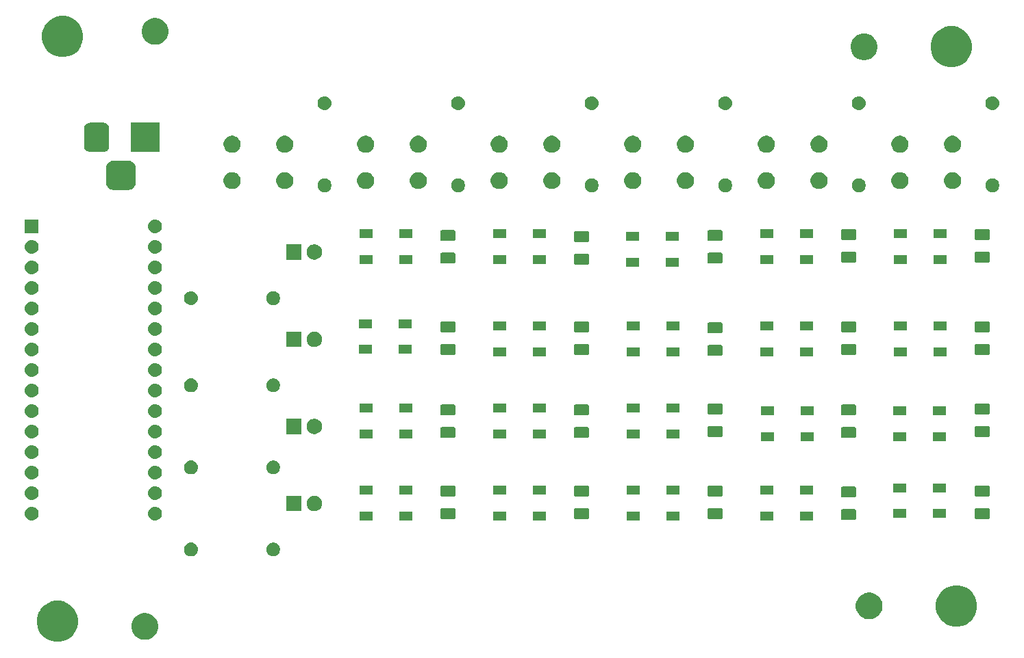
<source format=gbr>
G04 #@! TF.GenerationSoftware,KiCad,Pcbnew,(5.1.2)-1*
G04 #@! TF.CreationDate,2019-05-08T22:22:59+02:00*
G04 #@! TF.ProjectId,LED MATRIX Anzeige,4c454420-4d41-4545-9249-5820416e7a65,rev?*
G04 #@! TF.SameCoordinates,Original*
G04 #@! TF.FileFunction,Soldermask,Top*
G04 #@! TF.FilePolarity,Negative*
%FSLAX46Y46*%
G04 Gerber Fmt 4.6, Leading zero omitted, Abs format (unit mm)*
G04 Created by KiCad (PCBNEW (5.1.2)-1) date 2019-05-08 22:22:59*
%MOMM*%
%LPD*%
G04 APERTURE LIST*
%ADD10C,0.100000*%
G04 APERTURE END LIST*
D10*
G36*
X76944098Y-113752033D02*
G01*
X77408350Y-113944332D01*
X77408352Y-113944333D01*
X77826168Y-114223509D01*
X78181491Y-114578832D01*
X78316962Y-114781579D01*
X78460668Y-114996650D01*
X78652967Y-115460902D01*
X78751000Y-115953747D01*
X78751000Y-116456253D01*
X78652967Y-116949098D01*
X78460668Y-117413350D01*
X78460667Y-117413352D01*
X78181491Y-117831168D01*
X77826168Y-118186491D01*
X77408352Y-118465667D01*
X77408351Y-118465668D01*
X77408350Y-118465668D01*
X76944098Y-118657967D01*
X76451253Y-118756000D01*
X75948747Y-118756000D01*
X75455902Y-118657967D01*
X74991650Y-118465668D01*
X74991649Y-118465668D01*
X74991648Y-118465667D01*
X74573832Y-118186491D01*
X74218509Y-117831168D01*
X73939333Y-117413352D01*
X73939332Y-117413350D01*
X73747033Y-116949098D01*
X73649000Y-116456253D01*
X73649000Y-115953747D01*
X73747033Y-115460902D01*
X73939332Y-114996650D01*
X74083038Y-114781579D01*
X74218509Y-114578832D01*
X74573832Y-114223509D01*
X74991648Y-113944333D01*
X74991650Y-113944332D01*
X75455902Y-113752033D01*
X75948747Y-113654000D01*
X76451253Y-113654000D01*
X76944098Y-113752033D01*
X76944098Y-113752033D01*
G37*
G36*
X87370256Y-115231298D02*
G01*
X87476579Y-115252447D01*
X87777042Y-115376903D01*
X88047451Y-115557585D01*
X88277415Y-115787549D01*
X88458097Y-116057958D01*
X88550688Y-116281491D01*
X88582553Y-116358422D01*
X88622783Y-116560668D01*
X88646000Y-116677391D01*
X88646000Y-117002609D01*
X88582553Y-117321579D01*
X88458097Y-117622042D01*
X88277415Y-117892451D01*
X88047451Y-118122415D01*
X87777042Y-118303097D01*
X87476579Y-118427553D01*
X87370256Y-118448702D01*
X87157611Y-118491000D01*
X86832389Y-118491000D01*
X86619744Y-118448702D01*
X86513421Y-118427553D01*
X86212958Y-118303097D01*
X85942549Y-118122415D01*
X85712585Y-117892451D01*
X85531903Y-117622042D01*
X85407447Y-117321579D01*
X85344000Y-117002609D01*
X85344000Y-116677391D01*
X85367218Y-116560668D01*
X85407447Y-116358422D01*
X85439313Y-116281491D01*
X85531903Y-116057958D01*
X85712585Y-115787549D01*
X85942549Y-115557585D01*
X86212958Y-115376903D01*
X86513421Y-115252447D01*
X86619744Y-115231298D01*
X86832389Y-115189000D01*
X87157611Y-115189000D01*
X87370256Y-115231298D01*
X87370256Y-115231298D01*
G37*
G36*
X188069098Y-111847033D02*
G01*
X188533350Y-112039332D01*
X188533352Y-112039333D01*
X188951168Y-112318509D01*
X189306491Y-112673832D01*
X189585667Y-113091648D01*
X189585668Y-113091650D01*
X189777967Y-113555902D01*
X189876000Y-114048747D01*
X189876000Y-114551253D01*
X189777967Y-115044098D01*
X189585668Y-115508350D01*
X189585667Y-115508352D01*
X189306491Y-115926168D01*
X188951168Y-116281491D01*
X188533352Y-116560667D01*
X188533351Y-116560668D01*
X188533350Y-116560668D01*
X188069098Y-116752967D01*
X187576253Y-116851000D01*
X187073747Y-116851000D01*
X186580902Y-116752967D01*
X186116650Y-116560668D01*
X186116649Y-116560668D01*
X186116648Y-116560667D01*
X185698832Y-116281491D01*
X185343509Y-115926168D01*
X185064333Y-115508352D01*
X185064332Y-115508350D01*
X184872033Y-115044098D01*
X184774000Y-114551253D01*
X184774000Y-114048747D01*
X184872033Y-113555902D01*
X185064332Y-113091650D01*
X185064333Y-113091648D01*
X185343509Y-112673832D01*
X185698832Y-112318509D01*
X186116648Y-112039333D01*
X186116650Y-112039332D01*
X186580902Y-111847033D01*
X187073747Y-111749000D01*
X187576253Y-111749000D01*
X188069098Y-111847033D01*
X188069098Y-111847033D01*
G37*
G36*
X176905256Y-112691298D02*
G01*
X177011579Y-112712447D01*
X177312042Y-112836903D01*
X177582451Y-113017585D01*
X177812415Y-113247549D01*
X177993097Y-113517958D01*
X178117553Y-113818421D01*
X178181000Y-114137391D01*
X178181000Y-114462609D01*
X178117553Y-114781579D01*
X177993097Y-115082042D01*
X177812415Y-115352451D01*
X177582451Y-115582415D01*
X177312042Y-115763097D01*
X177011579Y-115887553D01*
X176905256Y-115908702D01*
X176692611Y-115951000D01*
X176367389Y-115951000D01*
X176154744Y-115908702D01*
X176048421Y-115887553D01*
X175747958Y-115763097D01*
X175477549Y-115582415D01*
X175247585Y-115352451D01*
X175066903Y-115082042D01*
X174942447Y-114781579D01*
X174879000Y-114462609D01*
X174879000Y-114137391D01*
X174942447Y-113818421D01*
X175066903Y-113517958D01*
X175247585Y-113247549D01*
X175477549Y-113017585D01*
X175747958Y-112836903D01*
X176048421Y-112712447D01*
X176154744Y-112691298D01*
X176367389Y-112649000D01*
X176692611Y-112649000D01*
X176905256Y-112691298D01*
X176905256Y-112691298D01*
G37*
G36*
X103118228Y-106496703D02*
G01*
X103273100Y-106560853D01*
X103412481Y-106653985D01*
X103531015Y-106772519D01*
X103624147Y-106911900D01*
X103688297Y-107066772D01*
X103721000Y-107231184D01*
X103721000Y-107398816D01*
X103688297Y-107563228D01*
X103624147Y-107718100D01*
X103531015Y-107857481D01*
X103412481Y-107976015D01*
X103273100Y-108069147D01*
X103118228Y-108133297D01*
X102953816Y-108166000D01*
X102786184Y-108166000D01*
X102621772Y-108133297D01*
X102466900Y-108069147D01*
X102327519Y-107976015D01*
X102208985Y-107857481D01*
X102115853Y-107718100D01*
X102051703Y-107563228D01*
X102019000Y-107398816D01*
X102019000Y-107231184D01*
X102051703Y-107066772D01*
X102115853Y-106911900D01*
X102208985Y-106772519D01*
X102327519Y-106653985D01*
X102466900Y-106560853D01*
X102621772Y-106496703D01*
X102786184Y-106464000D01*
X102953816Y-106464000D01*
X103118228Y-106496703D01*
X103118228Y-106496703D01*
G37*
G36*
X92876823Y-106476313D02*
G01*
X93037242Y-106524976D01*
X93104361Y-106560852D01*
X93185078Y-106603996D01*
X93314659Y-106710341D01*
X93421004Y-106839922D01*
X93421005Y-106839924D01*
X93500024Y-106987758D01*
X93548687Y-107148177D01*
X93565117Y-107315000D01*
X93548687Y-107481823D01*
X93500024Y-107642242D01*
X93459477Y-107718100D01*
X93421004Y-107790078D01*
X93314659Y-107919659D01*
X93185078Y-108026004D01*
X93185076Y-108026005D01*
X93037242Y-108105024D01*
X92876823Y-108153687D01*
X92751804Y-108166000D01*
X92668196Y-108166000D01*
X92543177Y-108153687D01*
X92382758Y-108105024D01*
X92234924Y-108026005D01*
X92234922Y-108026004D01*
X92105341Y-107919659D01*
X91998996Y-107790078D01*
X91960523Y-107718100D01*
X91919976Y-107642242D01*
X91871313Y-107481823D01*
X91854883Y-107315000D01*
X91871313Y-107148177D01*
X91919976Y-106987758D01*
X91998995Y-106839924D01*
X91998996Y-106839922D01*
X92105341Y-106710341D01*
X92234922Y-106603996D01*
X92315639Y-106560852D01*
X92382758Y-106524976D01*
X92543177Y-106476313D01*
X92668196Y-106464000D01*
X92751804Y-106464000D01*
X92876823Y-106476313D01*
X92876823Y-106476313D01*
G37*
G36*
X120091000Y-103751000D02*
G01*
X118489000Y-103751000D01*
X118489000Y-102649000D01*
X120091000Y-102649000D01*
X120091000Y-103751000D01*
X120091000Y-103751000D01*
G37*
G36*
X136601000Y-103751000D02*
G01*
X134999000Y-103751000D01*
X134999000Y-102649000D01*
X136601000Y-102649000D01*
X136601000Y-103751000D01*
X136601000Y-103751000D01*
G37*
G36*
X131701000Y-103751000D02*
G01*
X130099000Y-103751000D01*
X130099000Y-102649000D01*
X131701000Y-102649000D01*
X131701000Y-103751000D01*
X131701000Y-103751000D01*
G37*
G36*
X153111000Y-103751000D02*
G01*
X151509000Y-103751000D01*
X151509000Y-102649000D01*
X153111000Y-102649000D01*
X153111000Y-103751000D01*
X153111000Y-103751000D01*
G37*
G36*
X148211000Y-103751000D02*
G01*
X146609000Y-103751000D01*
X146609000Y-102649000D01*
X148211000Y-102649000D01*
X148211000Y-103751000D01*
X148211000Y-103751000D01*
G37*
G36*
X169621000Y-103751000D02*
G01*
X168019000Y-103751000D01*
X168019000Y-102649000D01*
X169621000Y-102649000D01*
X169621000Y-103751000D01*
X169621000Y-103751000D01*
G37*
G36*
X164721000Y-103751000D02*
G01*
X163119000Y-103751000D01*
X163119000Y-102649000D01*
X164721000Y-102649000D01*
X164721000Y-103751000D01*
X164721000Y-103751000D01*
G37*
G36*
X115191000Y-103751000D02*
G01*
X113589000Y-103751000D01*
X113589000Y-102649000D01*
X115191000Y-102649000D01*
X115191000Y-103751000D01*
X115191000Y-103751000D01*
G37*
G36*
X73191823Y-102031313D02*
G01*
X73352242Y-102079976D01*
X73484906Y-102150886D01*
X73500078Y-102158996D01*
X73629659Y-102265341D01*
X73736004Y-102394922D01*
X73736005Y-102394924D01*
X73815024Y-102542758D01*
X73863687Y-102703177D01*
X73880117Y-102870000D01*
X73863687Y-103036823D01*
X73815024Y-103197242D01*
X73744944Y-103328352D01*
X73736004Y-103345078D01*
X73629659Y-103474659D01*
X73500078Y-103581004D01*
X73500076Y-103581005D01*
X73352242Y-103660024D01*
X73191823Y-103708687D01*
X73066804Y-103721000D01*
X72983196Y-103721000D01*
X72858177Y-103708687D01*
X72697758Y-103660024D01*
X72549924Y-103581005D01*
X72549922Y-103581004D01*
X72420341Y-103474659D01*
X72313996Y-103345078D01*
X72305056Y-103328352D01*
X72234976Y-103197242D01*
X72186313Y-103036823D01*
X72169883Y-102870000D01*
X72186313Y-102703177D01*
X72234976Y-102542758D01*
X72313995Y-102394924D01*
X72313996Y-102394922D01*
X72420341Y-102265341D01*
X72549922Y-102158996D01*
X72565094Y-102150886D01*
X72697758Y-102079976D01*
X72858177Y-102031313D01*
X72983196Y-102019000D01*
X73066804Y-102019000D01*
X73191823Y-102031313D01*
X73191823Y-102031313D01*
G37*
G36*
X88431823Y-102031313D02*
G01*
X88592242Y-102079976D01*
X88724906Y-102150886D01*
X88740078Y-102158996D01*
X88869659Y-102265341D01*
X88976004Y-102394922D01*
X88976005Y-102394924D01*
X89055024Y-102542758D01*
X89103687Y-102703177D01*
X89120117Y-102870000D01*
X89103687Y-103036823D01*
X89055024Y-103197242D01*
X88984944Y-103328352D01*
X88976004Y-103345078D01*
X88869659Y-103474659D01*
X88740078Y-103581004D01*
X88740076Y-103581005D01*
X88592242Y-103660024D01*
X88431823Y-103708687D01*
X88306804Y-103721000D01*
X88223196Y-103721000D01*
X88098177Y-103708687D01*
X87937758Y-103660024D01*
X87789924Y-103581005D01*
X87789922Y-103581004D01*
X87660341Y-103474659D01*
X87553996Y-103345078D01*
X87545056Y-103328352D01*
X87474976Y-103197242D01*
X87426313Y-103036823D01*
X87409883Y-102870000D01*
X87426313Y-102703177D01*
X87474976Y-102542758D01*
X87553995Y-102394924D01*
X87553996Y-102394922D01*
X87660341Y-102265341D01*
X87789922Y-102158996D01*
X87805094Y-102150886D01*
X87937758Y-102079976D01*
X88098177Y-102031313D01*
X88223196Y-102019000D01*
X88306804Y-102019000D01*
X88431823Y-102031313D01*
X88431823Y-102031313D01*
G37*
G36*
X174758604Y-102328347D02*
G01*
X174795144Y-102339432D01*
X174828821Y-102357433D01*
X174858341Y-102381659D01*
X174882567Y-102411179D01*
X174900568Y-102444856D01*
X174911653Y-102481396D01*
X174916000Y-102525538D01*
X174916000Y-103474462D01*
X174911653Y-103518604D01*
X174900568Y-103555144D01*
X174882567Y-103588821D01*
X174858341Y-103618341D01*
X174828821Y-103642567D01*
X174795144Y-103660568D01*
X174758604Y-103671653D01*
X174714462Y-103676000D01*
X173265538Y-103676000D01*
X173221396Y-103671653D01*
X173184856Y-103660568D01*
X173151179Y-103642567D01*
X173121659Y-103618341D01*
X173097433Y-103588821D01*
X173079432Y-103555144D01*
X173068347Y-103518604D01*
X173064000Y-103474462D01*
X173064000Y-102525538D01*
X173068347Y-102481396D01*
X173079432Y-102444856D01*
X173097433Y-102411179D01*
X173121659Y-102381659D01*
X173151179Y-102357433D01*
X173184856Y-102339432D01*
X173221396Y-102328347D01*
X173265538Y-102324000D01*
X174714462Y-102324000D01*
X174758604Y-102328347D01*
X174758604Y-102328347D01*
G37*
G36*
X125228604Y-102198347D02*
G01*
X125265144Y-102209432D01*
X125298821Y-102227433D01*
X125328341Y-102251659D01*
X125352567Y-102281179D01*
X125370568Y-102314856D01*
X125381653Y-102351396D01*
X125386000Y-102395538D01*
X125386000Y-103344462D01*
X125381653Y-103388604D01*
X125370568Y-103425144D01*
X125352567Y-103458821D01*
X125328341Y-103488341D01*
X125298821Y-103512567D01*
X125265144Y-103530568D01*
X125228604Y-103541653D01*
X125184462Y-103546000D01*
X123735538Y-103546000D01*
X123691396Y-103541653D01*
X123654856Y-103530568D01*
X123621179Y-103512567D01*
X123591659Y-103488341D01*
X123567433Y-103458821D01*
X123549432Y-103425144D01*
X123538347Y-103388604D01*
X123534000Y-103344462D01*
X123534000Y-102395538D01*
X123538347Y-102351396D01*
X123549432Y-102314856D01*
X123567433Y-102281179D01*
X123591659Y-102251659D01*
X123621179Y-102227433D01*
X123654856Y-102209432D01*
X123691396Y-102198347D01*
X123735538Y-102194000D01*
X125184462Y-102194000D01*
X125228604Y-102198347D01*
X125228604Y-102198347D01*
G37*
G36*
X158248604Y-102198347D02*
G01*
X158285144Y-102209432D01*
X158318821Y-102227433D01*
X158348341Y-102251659D01*
X158372567Y-102281179D01*
X158390568Y-102314856D01*
X158401653Y-102351396D01*
X158406000Y-102395538D01*
X158406000Y-103344462D01*
X158401653Y-103388604D01*
X158390568Y-103425144D01*
X158372567Y-103458821D01*
X158348341Y-103488341D01*
X158318821Y-103512567D01*
X158285144Y-103530568D01*
X158248604Y-103541653D01*
X158204462Y-103546000D01*
X156755538Y-103546000D01*
X156711396Y-103541653D01*
X156674856Y-103530568D01*
X156641179Y-103512567D01*
X156611659Y-103488341D01*
X156587433Y-103458821D01*
X156569432Y-103425144D01*
X156558347Y-103388604D01*
X156554000Y-103344462D01*
X156554000Y-102395538D01*
X156558347Y-102351396D01*
X156569432Y-102314856D01*
X156587433Y-102281179D01*
X156611659Y-102251659D01*
X156641179Y-102227433D01*
X156674856Y-102209432D01*
X156711396Y-102198347D01*
X156755538Y-102194000D01*
X158204462Y-102194000D01*
X158248604Y-102198347D01*
X158248604Y-102198347D01*
G37*
G36*
X141738604Y-102198347D02*
G01*
X141775144Y-102209432D01*
X141808821Y-102227433D01*
X141838341Y-102251659D01*
X141862567Y-102281179D01*
X141880568Y-102314856D01*
X141891653Y-102351396D01*
X141896000Y-102395538D01*
X141896000Y-103344462D01*
X141891653Y-103388604D01*
X141880568Y-103425144D01*
X141862567Y-103458821D01*
X141838341Y-103488341D01*
X141808821Y-103512567D01*
X141775144Y-103530568D01*
X141738604Y-103541653D01*
X141694462Y-103546000D01*
X140245538Y-103546000D01*
X140201396Y-103541653D01*
X140164856Y-103530568D01*
X140131179Y-103512567D01*
X140101659Y-103488341D01*
X140077433Y-103458821D01*
X140059432Y-103425144D01*
X140048347Y-103388604D01*
X140044000Y-103344462D01*
X140044000Y-102395538D01*
X140048347Y-102351396D01*
X140059432Y-102314856D01*
X140077433Y-102281179D01*
X140101659Y-102251659D01*
X140131179Y-102227433D01*
X140164856Y-102209432D01*
X140201396Y-102198347D01*
X140245538Y-102194000D01*
X141694462Y-102194000D01*
X141738604Y-102198347D01*
X141738604Y-102198347D01*
G37*
G36*
X191268604Y-102198347D02*
G01*
X191305144Y-102209432D01*
X191338821Y-102227433D01*
X191368341Y-102251659D01*
X191392567Y-102281179D01*
X191410568Y-102314856D01*
X191421653Y-102351396D01*
X191426000Y-102395538D01*
X191426000Y-103344462D01*
X191421653Y-103388604D01*
X191410568Y-103425144D01*
X191392567Y-103458821D01*
X191368341Y-103488341D01*
X191338821Y-103512567D01*
X191305144Y-103530568D01*
X191268604Y-103541653D01*
X191224462Y-103546000D01*
X189775538Y-103546000D01*
X189731396Y-103541653D01*
X189694856Y-103530568D01*
X189661179Y-103512567D01*
X189631659Y-103488341D01*
X189607433Y-103458821D01*
X189589432Y-103425144D01*
X189578347Y-103388604D01*
X189574000Y-103344462D01*
X189574000Y-102395538D01*
X189578347Y-102351396D01*
X189589432Y-102314856D01*
X189607433Y-102281179D01*
X189631659Y-102251659D01*
X189661179Y-102227433D01*
X189694856Y-102209432D01*
X189731396Y-102198347D01*
X189775538Y-102194000D01*
X191224462Y-102194000D01*
X191268604Y-102198347D01*
X191268604Y-102198347D01*
G37*
G36*
X186041000Y-103421000D02*
G01*
X184439000Y-103421000D01*
X184439000Y-102319000D01*
X186041000Y-102319000D01*
X186041000Y-103421000D01*
X186041000Y-103421000D01*
G37*
G36*
X181141000Y-103421000D02*
G01*
X179539000Y-103421000D01*
X179539000Y-102319000D01*
X181141000Y-102319000D01*
X181141000Y-103421000D01*
X181141000Y-103421000D01*
G37*
G36*
X106361000Y-102551000D02*
G01*
X104459000Y-102551000D01*
X104459000Y-100649000D01*
X106361000Y-100649000D01*
X106361000Y-102551000D01*
X106361000Y-102551000D01*
G37*
G36*
X108227395Y-100685546D02*
G01*
X108400466Y-100757234D01*
X108472069Y-100805078D01*
X108556227Y-100861310D01*
X108688690Y-100993773D01*
X108720249Y-101041005D01*
X108792766Y-101149534D01*
X108864454Y-101322605D01*
X108901000Y-101506333D01*
X108901000Y-101693667D01*
X108864454Y-101877395D01*
X108792766Y-102050466D01*
X108773048Y-102079976D01*
X108688690Y-102206227D01*
X108556227Y-102338690D01*
X108547407Y-102344583D01*
X108400466Y-102442766D01*
X108227395Y-102514454D01*
X108043667Y-102551000D01*
X107856333Y-102551000D01*
X107672605Y-102514454D01*
X107499534Y-102442766D01*
X107352593Y-102344583D01*
X107343773Y-102338690D01*
X107211310Y-102206227D01*
X107126952Y-102079976D01*
X107107234Y-102050466D01*
X107035546Y-101877395D01*
X106999000Y-101693667D01*
X106999000Y-101506333D01*
X107035546Y-101322605D01*
X107107234Y-101149534D01*
X107179751Y-101041005D01*
X107211310Y-100993773D01*
X107343773Y-100861310D01*
X107427931Y-100805078D01*
X107499534Y-100757234D01*
X107672605Y-100685546D01*
X107856333Y-100649000D01*
X108043667Y-100649000D01*
X108227395Y-100685546D01*
X108227395Y-100685546D01*
G37*
G36*
X73191823Y-99491313D02*
G01*
X73352242Y-99539976D01*
X73407610Y-99569571D01*
X73500078Y-99618996D01*
X73629659Y-99725341D01*
X73736004Y-99854922D01*
X73736005Y-99854924D01*
X73815024Y-100002758D01*
X73863687Y-100163177D01*
X73880117Y-100330000D01*
X73863687Y-100496823D01*
X73815024Y-100657242D01*
X73744693Y-100788821D01*
X73736004Y-100805078D01*
X73629659Y-100934659D01*
X73500078Y-101041004D01*
X73500076Y-101041005D01*
X73352242Y-101120024D01*
X73191823Y-101168687D01*
X73066804Y-101181000D01*
X72983196Y-101181000D01*
X72858177Y-101168687D01*
X72697758Y-101120024D01*
X72549924Y-101041005D01*
X72549922Y-101041004D01*
X72420341Y-100934659D01*
X72313996Y-100805078D01*
X72305307Y-100788821D01*
X72234976Y-100657242D01*
X72186313Y-100496823D01*
X72169883Y-100330000D01*
X72186313Y-100163177D01*
X72234976Y-100002758D01*
X72313995Y-99854924D01*
X72313996Y-99854922D01*
X72420341Y-99725341D01*
X72549922Y-99618996D01*
X72642390Y-99569571D01*
X72697758Y-99539976D01*
X72858177Y-99491313D01*
X72983196Y-99479000D01*
X73066804Y-99479000D01*
X73191823Y-99491313D01*
X73191823Y-99491313D01*
G37*
G36*
X88431823Y-99491313D02*
G01*
X88592242Y-99539976D01*
X88647610Y-99569571D01*
X88740078Y-99618996D01*
X88869659Y-99725341D01*
X88976004Y-99854922D01*
X88976005Y-99854924D01*
X89055024Y-100002758D01*
X89103687Y-100163177D01*
X89120117Y-100330000D01*
X89103687Y-100496823D01*
X89055024Y-100657242D01*
X88984693Y-100788821D01*
X88976004Y-100805078D01*
X88869659Y-100934659D01*
X88740078Y-101041004D01*
X88740076Y-101041005D01*
X88592242Y-101120024D01*
X88431823Y-101168687D01*
X88306804Y-101181000D01*
X88223196Y-101181000D01*
X88098177Y-101168687D01*
X87937758Y-101120024D01*
X87789924Y-101041005D01*
X87789922Y-101041004D01*
X87660341Y-100934659D01*
X87553996Y-100805078D01*
X87545307Y-100788821D01*
X87474976Y-100657242D01*
X87426313Y-100496823D01*
X87409883Y-100330000D01*
X87426313Y-100163177D01*
X87474976Y-100002758D01*
X87553995Y-99854924D01*
X87553996Y-99854922D01*
X87660341Y-99725341D01*
X87789922Y-99618996D01*
X87882390Y-99569571D01*
X87937758Y-99539976D01*
X88098177Y-99491313D01*
X88223196Y-99479000D01*
X88306804Y-99479000D01*
X88431823Y-99491313D01*
X88431823Y-99491313D01*
G37*
G36*
X174758604Y-99528347D02*
G01*
X174795144Y-99539432D01*
X174828821Y-99557433D01*
X174858341Y-99581659D01*
X174882567Y-99611179D01*
X174900568Y-99644856D01*
X174911653Y-99681396D01*
X174916000Y-99725538D01*
X174916000Y-100674462D01*
X174911653Y-100718604D01*
X174900568Y-100755144D01*
X174882567Y-100788821D01*
X174858341Y-100818341D01*
X174828821Y-100842567D01*
X174795144Y-100860568D01*
X174758604Y-100871653D01*
X174714462Y-100876000D01*
X173265538Y-100876000D01*
X173221396Y-100871653D01*
X173184856Y-100860568D01*
X173151179Y-100842567D01*
X173121659Y-100818341D01*
X173097433Y-100788821D01*
X173079432Y-100755144D01*
X173068347Y-100718604D01*
X173064000Y-100674462D01*
X173064000Y-99725538D01*
X173068347Y-99681396D01*
X173079432Y-99644856D01*
X173097433Y-99611179D01*
X173121659Y-99581659D01*
X173151179Y-99557433D01*
X173184856Y-99539432D01*
X173221396Y-99528347D01*
X173265538Y-99524000D01*
X174714462Y-99524000D01*
X174758604Y-99528347D01*
X174758604Y-99528347D01*
G37*
G36*
X191268604Y-99398347D02*
G01*
X191305144Y-99409432D01*
X191338821Y-99427433D01*
X191368341Y-99451659D01*
X191392567Y-99481179D01*
X191410568Y-99514856D01*
X191421653Y-99551396D01*
X191426000Y-99595538D01*
X191426000Y-100544462D01*
X191421653Y-100588604D01*
X191410568Y-100625144D01*
X191392567Y-100658821D01*
X191368341Y-100688341D01*
X191338821Y-100712567D01*
X191305144Y-100730568D01*
X191268604Y-100741653D01*
X191224462Y-100746000D01*
X189775538Y-100746000D01*
X189731396Y-100741653D01*
X189694856Y-100730568D01*
X189661179Y-100712567D01*
X189631659Y-100688341D01*
X189607433Y-100658821D01*
X189589432Y-100625144D01*
X189578347Y-100588604D01*
X189574000Y-100544462D01*
X189574000Y-99595538D01*
X189578347Y-99551396D01*
X189589432Y-99514856D01*
X189607433Y-99481179D01*
X189631659Y-99451659D01*
X189661179Y-99427433D01*
X189694856Y-99409432D01*
X189731396Y-99398347D01*
X189775538Y-99394000D01*
X191224462Y-99394000D01*
X191268604Y-99398347D01*
X191268604Y-99398347D01*
G37*
G36*
X141738604Y-99398347D02*
G01*
X141775144Y-99409432D01*
X141808821Y-99427433D01*
X141838341Y-99451659D01*
X141862567Y-99481179D01*
X141880568Y-99514856D01*
X141891653Y-99551396D01*
X141896000Y-99595538D01*
X141896000Y-100544462D01*
X141891653Y-100588604D01*
X141880568Y-100625144D01*
X141862567Y-100658821D01*
X141838341Y-100688341D01*
X141808821Y-100712567D01*
X141775144Y-100730568D01*
X141738604Y-100741653D01*
X141694462Y-100746000D01*
X140245538Y-100746000D01*
X140201396Y-100741653D01*
X140164856Y-100730568D01*
X140131179Y-100712567D01*
X140101659Y-100688341D01*
X140077433Y-100658821D01*
X140059432Y-100625144D01*
X140048347Y-100588604D01*
X140044000Y-100544462D01*
X140044000Y-99595538D01*
X140048347Y-99551396D01*
X140059432Y-99514856D01*
X140077433Y-99481179D01*
X140101659Y-99451659D01*
X140131179Y-99427433D01*
X140164856Y-99409432D01*
X140201396Y-99398347D01*
X140245538Y-99394000D01*
X141694462Y-99394000D01*
X141738604Y-99398347D01*
X141738604Y-99398347D01*
G37*
G36*
X125228604Y-99398347D02*
G01*
X125265144Y-99409432D01*
X125298821Y-99427433D01*
X125328341Y-99451659D01*
X125352567Y-99481179D01*
X125370568Y-99514856D01*
X125381653Y-99551396D01*
X125386000Y-99595538D01*
X125386000Y-100544462D01*
X125381653Y-100588604D01*
X125370568Y-100625144D01*
X125352567Y-100658821D01*
X125328341Y-100688341D01*
X125298821Y-100712567D01*
X125265144Y-100730568D01*
X125228604Y-100741653D01*
X125184462Y-100746000D01*
X123735538Y-100746000D01*
X123691396Y-100741653D01*
X123654856Y-100730568D01*
X123621179Y-100712567D01*
X123591659Y-100688341D01*
X123567433Y-100658821D01*
X123549432Y-100625144D01*
X123538347Y-100588604D01*
X123534000Y-100544462D01*
X123534000Y-99595538D01*
X123538347Y-99551396D01*
X123549432Y-99514856D01*
X123567433Y-99481179D01*
X123591659Y-99451659D01*
X123621179Y-99427433D01*
X123654856Y-99409432D01*
X123691396Y-99398347D01*
X123735538Y-99394000D01*
X125184462Y-99394000D01*
X125228604Y-99398347D01*
X125228604Y-99398347D01*
G37*
G36*
X158248604Y-99398347D02*
G01*
X158285144Y-99409432D01*
X158318821Y-99427433D01*
X158348341Y-99451659D01*
X158372567Y-99481179D01*
X158390568Y-99514856D01*
X158401653Y-99551396D01*
X158406000Y-99595538D01*
X158406000Y-100544462D01*
X158401653Y-100588604D01*
X158390568Y-100625144D01*
X158372567Y-100658821D01*
X158348341Y-100688341D01*
X158318821Y-100712567D01*
X158285144Y-100730568D01*
X158248604Y-100741653D01*
X158204462Y-100746000D01*
X156755538Y-100746000D01*
X156711396Y-100741653D01*
X156674856Y-100730568D01*
X156641179Y-100712567D01*
X156611659Y-100688341D01*
X156587433Y-100658821D01*
X156569432Y-100625144D01*
X156558347Y-100588604D01*
X156554000Y-100544462D01*
X156554000Y-99595538D01*
X156558347Y-99551396D01*
X156569432Y-99514856D01*
X156587433Y-99481179D01*
X156611659Y-99451659D01*
X156641179Y-99427433D01*
X156674856Y-99409432D01*
X156711396Y-99398347D01*
X156755538Y-99394000D01*
X158204462Y-99394000D01*
X158248604Y-99398347D01*
X158248604Y-99398347D01*
G37*
G36*
X115191000Y-100551000D02*
G01*
X113589000Y-100551000D01*
X113589000Y-99449000D01*
X115191000Y-99449000D01*
X115191000Y-100551000D01*
X115191000Y-100551000D01*
G37*
G36*
X169621000Y-100551000D02*
G01*
X168019000Y-100551000D01*
X168019000Y-99449000D01*
X169621000Y-99449000D01*
X169621000Y-100551000D01*
X169621000Y-100551000D01*
G37*
G36*
X120091000Y-100551000D02*
G01*
X118489000Y-100551000D01*
X118489000Y-99449000D01*
X120091000Y-99449000D01*
X120091000Y-100551000D01*
X120091000Y-100551000D01*
G37*
G36*
X136601000Y-100551000D02*
G01*
X134999000Y-100551000D01*
X134999000Y-99449000D01*
X136601000Y-99449000D01*
X136601000Y-100551000D01*
X136601000Y-100551000D01*
G37*
G36*
X131701000Y-100551000D02*
G01*
X130099000Y-100551000D01*
X130099000Y-99449000D01*
X131701000Y-99449000D01*
X131701000Y-100551000D01*
X131701000Y-100551000D01*
G37*
G36*
X153111000Y-100551000D02*
G01*
X151509000Y-100551000D01*
X151509000Y-99449000D01*
X153111000Y-99449000D01*
X153111000Y-100551000D01*
X153111000Y-100551000D01*
G37*
G36*
X164721000Y-100551000D02*
G01*
X163119000Y-100551000D01*
X163119000Y-99449000D01*
X164721000Y-99449000D01*
X164721000Y-100551000D01*
X164721000Y-100551000D01*
G37*
G36*
X148211000Y-100551000D02*
G01*
X146609000Y-100551000D01*
X146609000Y-99449000D01*
X148211000Y-99449000D01*
X148211000Y-100551000D01*
X148211000Y-100551000D01*
G37*
G36*
X186041000Y-100221000D02*
G01*
X184439000Y-100221000D01*
X184439000Y-99119000D01*
X186041000Y-99119000D01*
X186041000Y-100221000D01*
X186041000Y-100221000D01*
G37*
G36*
X181141000Y-100221000D02*
G01*
X179539000Y-100221000D01*
X179539000Y-99119000D01*
X181141000Y-99119000D01*
X181141000Y-100221000D01*
X181141000Y-100221000D01*
G37*
G36*
X73191823Y-96951313D02*
G01*
X73352242Y-96999976D01*
X73484906Y-97070886D01*
X73500078Y-97078996D01*
X73629659Y-97185341D01*
X73736004Y-97314922D01*
X73736005Y-97314924D01*
X73815024Y-97462758D01*
X73863687Y-97623177D01*
X73880117Y-97790000D01*
X73863687Y-97956823D01*
X73815024Y-98117242D01*
X73744114Y-98249906D01*
X73736004Y-98265078D01*
X73629659Y-98394659D01*
X73500078Y-98501004D01*
X73500076Y-98501005D01*
X73352242Y-98580024D01*
X73191823Y-98628687D01*
X73066804Y-98641000D01*
X72983196Y-98641000D01*
X72858177Y-98628687D01*
X72697758Y-98580024D01*
X72549924Y-98501005D01*
X72549922Y-98501004D01*
X72420341Y-98394659D01*
X72313996Y-98265078D01*
X72305886Y-98249906D01*
X72234976Y-98117242D01*
X72186313Y-97956823D01*
X72169883Y-97790000D01*
X72186313Y-97623177D01*
X72234976Y-97462758D01*
X72313995Y-97314924D01*
X72313996Y-97314922D01*
X72420341Y-97185341D01*
X72549922Y-97078996D01*
X72565094Y-97070886D01*
X72697758Y-96999976D01*
X72858177Y-96951313D01*
X72983196Y-96939000D01*
X73066804Y-96939000D01*
X73191823Y-96951313D01*
X73191823Y-96951313D01*
G37*
G36*
X88431823Y-96951313D02*
G01*
X88592242Y-96999976D01*
X88724906Y-97070886D01*
X88740078Y-97078996D01*
X88869659Y-97185341D01*
X88976004Y-97314922D01*
X88976005Y-97314924D01*
X89055024Y-97462758D01*
X89103687Y-97623177D01*
X89120117Y-97790000D01*
X89103687Y-97956823D01*
X89055024Y-98117242D01*
X88984114Y-98249906D01*
X88976004Y-98265078D01*
X88869659Y-98394659D01*
X88740078Y-98501004D01*
X88740076Y-98501005D01*
X88592242Y-98580024D01*
X88431823Y-98628687D01*
X88306804Y-98641000D01*
X88223196Y-98641000D01*
X88098177Y-98628687D01*
X87937758Y-98580024D01*
X87789924Y-98501005D01*
X87789922Y-98501004D01*
X87660341Y-98394659D01*
X87553996Y-98265078D01*
X87545886Y-98249906D01*
X87474976Y-98117242D01*
X87426313Y-97956823D01*
X87409883Y-97790000D01*
X87426313Y-97623177D01*
X87474976Y-97462758D01*
X87553995Y-97314924D01*
X87553996Y-97314922D01*
X87660341Y-97185341D01*
X87789922Y-97078996D01*
X87805094Y-97070886D01*
X87937758Y-96999976D01*
X88098177Y-96951313D01*
X88223196Y-96939000D01*
X88306804Y-96939000D01*
X88431823Y-96951313D01*
X88431823Y-96951313D01*
G37*
G36*
X92876823Y-96316313D02*
G01*
X93037242Y-96364976D01*
X93104361Y-96400852D01*
X93185078Y-96443996D01*
X93314659Y-96550341D01*
X93421004Y-96679922D01*
X93421005Y-96679924D01*
X93500024Y-96827758D01*
X93548687Y-96988177D01*
X93565117Y-97155000D01*
X93548687Y-97321823D01*
X93500024Y-97482242D01*
X93459477Y-97558100D01*
X93421004Y-97630078D01*
X93314659Y-97759659D01*
X93185078Y-97866004D01*
X93185076Y-97866005D01*
X93037242Y-97945024D01*
X92876823Y-97993687D01*
X92751804Y-98006000D01*
X92668196Y-98006000D01*
X92543177Y-97993687D01*
X92382758Y-97945024D01*
X92234924Y-97866005D01*
X92234922Y-97866004D01*
X92105341Y-97759659D01*
X91998996Y-97630078D01*
X91960523Y-97558100D01*
X91919976Y-97482242D01*
X91871313Y-97321823D01*
X91854883Y-97155000D01*
X91871313Y-96988177D01*
X91919976Y-96827758D01*
X91998995Y-96679924D01*
X91998996Y-96679922D01*
X92105341Y-96550341D01*
X92234922Y-96443996D01*
X92315639Y-96400852D01*
X92382758Y-96364976D01*
X92543177Y-96316313D01*
X92668196Y-96304000D01*
X92751804Y-96304000D01*
X92876823Y-96316313D01*
X92876823Y-96316313D01*
G37*
G36*
X103118228Y-96336703D02*
G01*
X103273100Y-96400853D01*
X103412481Y-96493985D01*
X103531015Y-96612519D01*
X103624147Y-96751900D01*
X103688297Y-96906772D01*
X103721000Y-97071184D01*
X103721000Y-97238816D01*
X103688297Y-97403228D01*
X103624147Y-97558100D01*
X103531015Y-97697481D01*
X103412481Y-97816015D01*
X103273100Y-97909147D01*
X103118228Y-97973297D01*
X102953816Y-98006000D01*
X102786184Y-98006000D01*
X102621772Y-97973297D01*
X102466900Y-97909147D01*
X102327519Y-97816015D01*
X102208985Y-97697481D01*
X102115853Y-97558100D01*
X102051703Y-97403228D01*
X102019000Y-97238816D01*
X102019000Y-97071184D01*
X102051703Y-96906772D01*
X102115853Y-96751900D01*
X102208985Y-96612519D01*
X102327519Y-96493985D01*
X102466900Y-96400853D01*
X102621772Y-96336703D01*
X102786184Y-96304000D01*
X102953816Y-96304000D01*
X103118228Y-96336703D01*
X103118228Y-96336703D01*
G37*
G36*
X73191823Y-94411313D02*
G01*
X73352242Y-94459976D01*
X73484906Y-94530886D01*
X73500078Y-94538996D01*
X73629659Y-94645341D01*
X73736004Y-94774922D01*
X73736005Y-94774924D01*
X73815024Y-94922758D01*
X73863687Y-95083177D01*
X73880117Y-95250000D01*
X73863687Y-95416823D01*
X73815024Y-95577242D01*
X73744114Y-95709906D01*
X73736004Y-95725078D01*
X73629659Y-95854659D01*
X73500078Y-95961004D01*
X73500076Y-95961005D01*
X73352242Y-96040024D01*
X73191823Y-96088687D01*
X73066804Y-96101000D01*
X72983196Y-96101000D01*
X72858177Y-96088687D01*
X72697758Y-96040024D01*
X72549924Y-95961005D01*
X72549922Y-95961004D01*
X72420341Y-95854659D01*
X72313996Y-95725078D01*
X72305886Y-95709906D01*
X72234976Y-95577242D01*
X72186313Y-95416823D01*
X72169883Y-95250000D01*
X72186313Y-95083177D01*
X72234976Y-94922758D01*
X72313995Y-94774924D01*
X72313996Y-94774922D01*
X72420341Y-94645341D01*
X72549922Y-94538996D01*
X72565094Y-94530886D01*
X72697758Y-94459976D01*
X72858177Y-94411313D01*
X72983196Y-94399000D01*
X73066804Y-94399000D01*
X73191823Y-94411313D01*
X73191823Y-94411313D01*
G37*
G36*
X88431823Y-94411313D02*
G01*
X88592242Y-94459976D01*
X88724906Y-94530886D01*
X88740078Y-94538996D01*
X88869659Y-94645341D01*
X88976004Y-94774922D01*
X88976005Y-94774924D01*
X89055024Y-94922758D01*
X89103687Y-95083177D01*
X89120117Y-95250000D01*
X89103687Y-95416823D01*
X89055024Y-95577242D01*
X88984114Y-95709906D01*
X88976004Y-95725078D01*
X88869659Y-95854659D01*
X88740078Y-95961004D01*
X88740076Y-95961005D01*
X88592242Y-96040024D01*
X88431823Y-96088687D01*
X88306804Y-96101000D01*
X88223196Y-96101000D01*
X88098177Y-96088687D01*
X87937758Y-96040024D01*
X87789924Y-95961005D01*
X87789922Y-95961004D01*
X87660341Y-95854659D01*
X87553996Y-95725078D01*
X87545886Y-95709906D01*
X87474976Y-95577242D01*
X87426313Y-95416823D01*
X87409883Y-95250000D01*
X87426313Y-95083177D01*
X87474976Y-94922758D01*
X87553995Y-94774924D01*
X87553996Y-94774922D01*
X87660341Y-94645341D01*
X87789922Y-94538996D01*
X87805094Y-94530886D01*
X87937758Y-94459976D01*
X88098177Y-94411313D01*
X88223196Y-94399000D01*
X88306804Y-94399000D01*
X88431823Y-94411313D01*
X88431823Y-94411313D01*
G37*
G36*
X169711000Y-93921000D02*
G01*
X168109000Y-93921000D01*
X168109000Y-92819000D01*
X169711000Y-92819000D01*
X169711000Y-93921000D01*
X169711000Y-93921000D01*
G37*
G36*
X164811000Y-93921000D02*
G01*
X163209000Y-93921000D01*
X163209000Y-92819000D01*
X164811000Y-92819000D01*
X164811000Y-93921000D01*
X164811000Y-93921000D01*
G37*
G36*
X181141000Y-93921000D02*
G01*
X179539000Y-93921000D01*
X179539000Y-92819000D01*
X181141000Y-92819000D01*
X181141000Y-93921000D01*
X181141000Y-93921000D01*
G37*
G36*
X186041000Y-93921000D02*
G01*
X184439000Y-93921000D01*
X184439000Y-92819000D01*
X186041000Y-92819000D01*
X186041000Y-93921000D01*
X186041000Y-93921000D01*
G37*
G36*
X115191000Y-93591000D02*
G01*
X113589000Y-93591000D01*
X113589000Y-92489000D01*
X115191000Y-92489000D01*
X115191000Y-93591000D01*
X115191000Y-93591000D01*
G37*
G36*
X120091000Y-93591000D02*
G01*
X118489000Y-93591000D01*
X118489000Y-92489000D01*
X120091000Y-92489000D01*
X120091000Y-93591000D01*
X120091000Y-93591000D01*
G37*
G36*
X136601000Y-93591000D02*
G01*
X134999000Y-93591000D01*
X134999000Y-92489000D01*
X136601000Y-92489000D01*
X136601000Y-93591000D01*
X136601000Y-93591000D01*
G37*
G36*
X148211000Y-93591000D02*
G01*
X146609000Y-93591000D01*
X146609000Y-92489000D01*
X148211000Y-92489000D01*
X148211000Y-93591000D01*
X148211000Y-93591000D01*
G37*
G36*
X131701000Y-93591000D02*
G01*
X130099000Y-93591000D01*
X130099000Y-92489000D01*
X131701000Y-92489000D01*
X131701000Y-93591000D01*
X131701000Y-93591000D01*
G37*
G36*
X153111000Y-93591000D02*
G01*
X151509000Y-93591000D01*
X151509000Y-92489000D01*
X153111000Y-92489000D01*
X153111000Y-93591000D01*
X153111000Y-93591000D01*
G37*
G36*
X73191823Y-91871313D02*
G01*
X73352242Y-91919976D01*
X73467033Y-91981333D01*
X73500078Y-91998996D01*
X73629659Y-92105341D01*
X73736004Y-92234922D01*
X73736005Y-92234924D01*
X73815024Y-92382758D01*
X73863687Y-92543177D01*
X73880117Y-92710000D01*
X73863687Y-92876823D01*
X73815024Y-93037242D01*
X73744944Y-93168352D01*
X73736004Y-93185078D01*
X73629659Y-93314659D01*
X73500078Y-93421004D01*
X73500076Y-93421005D01*
X73352242Y-93500024D01*
X73191823Y-93548687D01*
X73066804Y-93561000D01*
X72983196Y-93561000D01*
X72858177Y-93548687D01*
X72697758Y-93500024D01*
X72549924Y-93421005D01*
X72549922Y-93421004D01*
X72420341Y-93314659D01*
X72313996Y-93185078D01*
X72305056Y-93168352D01*
X72234976Y-93037242D01*
X72186313Y-92876823D01*
X72169883Y-92710000D01*
X72186313Y-92543177D01*
X72234976Y-92382758D01*
X72313995Y-92234924D01*
X72313996Y-92234922D01*
X72420341Y-92105341D01*
X72549922Y-91998996D01*
X72582967Y-91981333D01*
X72697758Y-91919976D01*
X72858177Y-91871313D01*
X72983196Y-91859000D01*
X73066804Y-91859000D01*
X73191823Y-91871313D01*
X73191823Y-91871313D01*
G37*
G36*
X88431823Y-91871313D02*
G01*
X88592242Y-91919976D01*
X88707033Y-91981333D01*
X88740078Y-91998996D01*
X88869659Y-92105341D01*
X88976004Y-92234922D01*
X88976005Y-92234924D01*
X89055024Y-92382758D01*
X89103687Y-92543177D01*
X89120117Y-92710000D01*
X89103687Y-92876823D01*
X89055024Y-93037242D01*
X88984944Y-93168352D01*
X88976004Y-93185078D01*
X88869659Y-93314659D01*
X88740078Y-93421004D01*
X88740076Y-93421005D01*
X88592242Y-93500024D01*
X88431823Y-93548687D01*
X88306804Y-93561000D01*
X88223196Y-93561000D01*
X88098177Y-93548687D01*
X87937758Y-93500024D01*
X87789924Y-93421005D01*
X87789922Y-93421004D01*
X87660341Y-93314659D01*
X87553996Y-93185078D01*
X87545056Y-93168352D01*
X87474976Y-93037242D01*
X87426313Y-92876823D01*
X87409883Y-92710000D01*
X87426313Y-92543177D01*
X87474976Y-92382758D01*
X87553995Y-92234924D01*
X87553996Y-92234922D01*
X87660341Y-92105341D01*
X87789922Y-91998996D01*
X87822967Y-91981333D01*
X87937758Y-91919976D01*
X88098177Y-91871313D01*
X88223196Y-91859000D01*
X88306804Y-91859000D01*
X88431823Y-91871313D01*
X88431823Y-91871313D01*
G37*
G36*
X174758604Y-92168347D02*
G01*
X174795144Y-92179432D01*
X174828821Y-92197433D01*
X174858341Y-92221659D01*
X174882567Y-92251179D01*
X174900568Y-92284856D01*
X174911653Y-92321396D01*
X174916000Y-92365538D01*
X174916000Y-93314462D01*
X174911653Y-93358604D01*
X174900568Y-93395144D01*
X174882567Y-93428821D01*
X174858341Y-93458341D01*
X174828821Y-93482567D01*
X174795144Y-93500568D01*
X174758604Y-93511653D01*
X174714462Y-93516000D01*
X173265538Y-93516000D01*
X173221396Y-93511653D01*
X173184856Y-93500568D01*
X173151179Y-93482567D01*
X173121659Y-93458341D01*
X173097433Y-93428821D01*
X173079432Y-93395144D01*
X173068347Y-93358604D01*
X173064000Y-93314462D01*
X173064000Y-92365538D01*
X173068347Y-92321396D01*
X173079432Y-92284856D01*
X173097433Y-92251179D01*
X173121659Y-92221659D01*
X173151179Y-92197433D01*
X173184856Y-92179432D01*
X173221396Y-92168347D01*
X173265538Y-92164000D01*
X174714462Y-92164000D01*
X174758604Y-92168347D01*
X174758604Y-92168347D01*
G37*
G36*
X141738604Y-92168347D02*
G01*
X141775144Y-92179432D01*
X141808821Y-92197433D01*
X141838341Y-92221659D01*
X141862567Y-92251179D01*
X141880568Y-92284856D01*
X141891653Y-92321396D01*
X141896000Y-92365538D01*
X141896000Y-93314462D01*
X141891653Y-93358604D01*
X141880568Y-93395144D01*
X141862567Y-93428821D01*
X141838341Y-93458341D01*
X141808821Y-93482567D01*
X141775144Y-93500568D01*
X141738604Y-93511653D01*
X141694462Y-93516000D01*
X140245538Y-93516000D01*
X140201396Y-93511653D01*
X140164856Y-93500568D01*
X140131179Y-93482567D01*
X140101659Y-93458341D01*
X140077433Y-93428821D01*
X140059432Y-93395144D01*
X140048347Y-93358604D01*
X140044000Y-93314462D01*
X140044000Y-92365538D01*
X140048347Y-92321396D01*
X140059432Y-92284856D01*
X140077433Y-92251179D01*
X140101659Y-92221659D01*
X140131179Y-92197433D01*
X140164856Y-92179432D01*
X140201396Y-92168347D01*
X140245538Y-92164000D01*
X141694462Y-92164000D01*
X141738604Y-92168347D01*
X141738604Y-92168347D01*
G37*
G36*
X125228604Y-92168347D02*
G01*
X125265144Y-92179432D01*
X125298821Y-92197433D01*
X125328341Y-92221659D01*
X125352567Y-92251179D01*
X125370568Y-92284856D01*
X125381653Y-92321396D01*
X125386000Y-92365538D01*
X125386000Y-93314462D01*
X125381653Y-93358604D01*
X125370568Y-93395144D01*
X125352567Y-93428821D01*
X125328341Y-93458341D01*
X125298821Y-93482567D01*
X125265144Y-93500568D01*
X125228604Y-93511653D01*
X125184462Y-93516000D01*
X123735538Y-93516000D01*
X123691396Y-93511653D01*
X123654856Y-93500568D01*
X123621179Y-93482567D01*
X123591659Y-93458341D01*
X123567433Y-93428821D01*
X123549432Y-93395144D01*
X123538347Y-93358604D01*
X123534000Y-93314462D01*
X123534000Y-92365538D01*
X123538347Y-92321396D01*
X123549432Y-92284856D01*
X123567433Y-92251179D01*
X123591659Y-92221659D01*
X123621179Y-92197433D01*
X123654856Y-92179432D01*
X123691396Y-92168347D01*
X123735538Y-92164000D01*
X125184462Y-92164000D01*
X125228604Y-92168347D01*
X125228604Y-92168347D01*
G37*
G36*
X158248604Y-92038347D02*
G01*
X158285144Y-92049432D01*
X158318821Y-92067433D01*
X158348341Y-92091659D01*
X158372567Y-92121179D01*
X158390568Y-92154856D01*
X158401653Y-92191396D01*
X158406000Y-92235538D01*
X158406000Y-93184462D01*
X158401653Y-93228604D01*
X158390568Y-93265144D01*
X158372567Y-93298821D01*
X158348341Y-93328341D01*
X158318821Y-93352567D01*
X158285144Y-93370568D01*
X158248604Y-93381653D01*
X158204462Y-93386000D01*
X156755538Y-93386000D01*
X156711396Y-93381653D01*
X156674856Y-93370568D01*
X156641179Y-93352567D01*
X156611659Y-93328341D01*
X156587433Y-93298821D01*
X156569432Y-93265144D01*
X156558347Y-93228604D01*
X156554000Y-93184462D01*
X156554000Y-92235538D01*
X156558347Y-92191396D01*
X156569432Y-92154856D01*
X156587433Y-92121179D01*
X156611659Y-92091659D01*
X156641179Y-92067433D01*
X156674856Y-92049432D01*
X156711396Y-92038347D01*
X156755538Y-92034000D01*
X158204462Y-92034000D01*
X158248604Y-92038347D01*
X158248604Y-92038347D01*
G37*
G36*
X191268604Y-92038347D02*
G01*
X191305144Y-92049432D01*
X191338821Y-92067433D01*
X191368341Y-92091659D01*
X191392567Y-92121179D01*
X191410568Y-92154856D01*
X191421653Y-92191396D01*
X191426000Y-92235538D01*
X191426000Y-93184462D01*
X191421653Y-93228604D01*
X191410568Y-93265144D01*
X191392567Y-93298821D01*
X191368341Y-93328341D01*
X191338821Y-93352567D01*
X191305144Y-93370568D01*
X191268604Y-93381653D01*
X191224462Y-93386000D01*
X189775538Y-93386000D01*
X189731396Y-93381653D01*
X189694856Y-93370568D01*
X189661179Y-93352567D01*
X189631659Y-93328341D01*
X189607433Y-93298821D01*
X189589432Y-93265144D01*
X189578347Y-93228604D01*
X189574000Y-93184462D01*
X189574000Y-92235538D01*
X189578347Y-92191396D01*
X189589432Y-92154856D01*
X189607433Y-92121179D01*
X189631659Y-92091659D01*
X189661179Y-92067433D01*
X189694856Y-92049432D01*
X189731396Y-92038347D01*
X189775538Y-92034000D01*
X191224462Y-92034000D01*
X191268604Y-92038347D01*
X191268604Y-92038347D01*
G37*
G36*
X108227395Y-91160546D02*
G01*
X108400466Y-91232234D01*
X108400467Y-91232235D01*
X108556227Y-91336310D01*
X108688690Y-91468773D01*
X108688691Y-91468775D01*
X108792766Y-91624534D01*
X108864454Y-91797605D01*
X108901000Y-91981333D01*
X108901000Y-92168667D01*
X108864454Y-92352395D01*
X108792766Y-92525466D01*
X108792765Y-92525467D01*
X108688690Y-92681227D01*
X108556227Y-92813690D01*
X108548280Y-92819000D01*
X108400466Y-92917766D01*
X108227395Y-92989454D01*
X108043667Y-93026000D01*
X107856333Y-93026000D01*
X107672605Y-92989454D01*
X107499534Y-92917766D01*
X107351720Y-92819000D01*
X107343773Y-92813690D01*
X107211310Y-92681227D01*
X107107235Y-92525467D01*
X107107234Y-92525466D01*
X107035546Y-92352395D01*
X106999000Y-92168667D01*
X106999000Y-91981333D01*
X107035546Y-91797605D01*
X107107234Y-91624534D01*
X107211309Y-91468775D01*
X107211310Y-91468773D01*
X107343773Y-91336310D01*
X107499533Y-91232235D01*
X107499534Y-91232234D01*
X107672605Y-91160546D01*
X107856333Y-91124000D01*
X108043667Y-91124000D01*
X108227395Y-91160546D01*
X108227395Y-91160546D01*
G37*
G36*
X106361000Y-93026000D02*
G01*
X104459000Y-93026000D01*
X104459000Y-91124000D01*
X106361000Y-91124000D01*
X106361000Y-93026000D01*
X106361000Y-93026000D01*
G37*
G36*
X88431823Y-89331313D02*
G01*
X88592242Y-89379976D01*
X88647610Y-89409571D01*
X88740078Y-89458996D01*
X88869659Y-89565341D01*
X88976004Y-89694922D01*
X88976005Y-89694924D01*
X89055024Y-89842758D01*
X89103687Y-90003177D01*
X89120117Y-90170000D01*
X89103687Y-90336823D01*
X89055024Y-90497242D01*
X89015830Y-90570568D01*
X88976004Y-90645078D01*
X88869659Y-90774659D01*
X88740078Y-90881004D01*
X88740076Y-90881005D01*
X88592242Y-90960024D01*
X88431823Y-91008687D01*
X88306804Y-91021000D01*
X88223196Y-91021000D01*
X88098177Y-91008687D01*
X87937758Y-90960024D01*
X87789924Y-90881005D01*
X87789922Y-90881004D01*
X87660341Y-90774659D01*
X87553996Y-90645078D01*
X87514170Y-90570568D01*
X87474976Y-90497242D01*
X87426313Y-90336823D01*
X87409883Y-90170000D01*
X87426313Y-90003177D01*
X87474976Y-89842758D01*
X87553995Y-89694924D01*
X87553996Y-89694922D01*
X87660341Y-89565341D01*
X87789922Y-89458996D01*
X87882390Y-89409571D01*
X87937758Y-89379976D01*
X88098177Y-89331313D01*
X88223196Y-89319000D01*
X88306804Y-89319000D01*
X88431823Y-89331313D01*
X88431823Y-89331313D01*
G37*
G36*
X73191823Y-89331313D02*
G01*
X73352242Y-89379976D01*
X73407610Y-89409571D01*
X73500078Y-89458996D01*
X73629659Y-89565341D01*
X73736004Y-89694922D01*
X73736005Y-89694924D01*
X73815024Y-89842758D01*
X73863687Y-90003177D01*
X73880117Y-90170000D01*
X73863687Y-90336823D01*
X73815024Y-90497242D01*
X73775830Y-90570568D01*
X73736004Y-90645078D01*
X73629659Y-90774659D01*
X73500078Y-90881004D01*
X73500076Y-90881005D01*
X73352242Y-90960024D01*
X73191823Y-91008687D01*
X73066804Y-91021000D01*
X72983196Y-91021000D01*
X72858177Y-91008687D01*
X72697758Y-90960024D01*
X72549924Y-90881005D01*
X72549922Y-90881004D01*
X72420341Y-90774659D01*
X72313996Y-90645078D01*
X72274170Y-90570568D01*
X72234976Y-90497242D01*
X72186313Y-90336823D01*
X72169883Y-90170000D01*
X72186313Y-90003177D01*
X72234976Y-89842758D01*
X72313995Y-89694924D01*
X72313996Y-89694922D01*
X72420341Y-89565341D01*
X72549922Y-89458996D01*
X72642390Y-89409571D01*
X72697758Y-89379976D01*
X72858177Y-89331313D01*
X72983196Y-89319000D01*
X73066804Y-89319000D01*
X73191823Y-89331313D01*
X73191823Y-89331313D01*
G37*
G36*
X164811000Y-90721000D02*
G01*
X163209000Y-90721000D01*
X163209000Y-89619000D01*
X164811000Y-89619000D01*
X164811000Y-90721000D01*
X164811000Y-90721000D01*
G37*
G36*
X181141000Y-90721000D02*
G01*
X179539000Y-90721000D01*
X179539000Y-89619000D01*
X181141000Y-89619000D01*
X181141000Y-90721000D01*
X181141000Y-90721000D01*
G37*
G36*
X186041000Y-90721000D02*
G01*
X184439000Y-90721000D01*
X184439000Y-89619000D01*
X186041000Y-89619000D01*
X186041000Y-90721000D01*
X186041000Y-90721000D01*
G37*
G36*
X169711000Y-90721000D02*
G01*
X168109000Y-90721000D01*
X168109000Y-89619000D01*
X169711000Y-89619000D01*
X169711000Y-90721000D01*
X169711000Y-90721000D01*
G37*
G36*
X174758604Y-89368347D02*
G01*
X174795144Y-89379432D01*
X174828821Y-89397433D01*
X174858341Y-89421659D01*
X174882567Y-89451179D01*
X174900568Y-89484856D01*
X174911653Y-89521396D01*
X174916000Y-89565538D01*
X174916000Y-90514462D01*
X174911653Y-90558604D01*
X174900568Y-90595144D01*
X174882567Y-90628821D01*
X174858341Y-90658341D01*
X174828821Y-90682567D01*
X174795144Y-90700568D01*
X174758604Y-90711653D01*
X174714462Y-90716000D01*
X173265538Y-90716000D01*
X173221396Y-90711653D01*
X173184856Y-90700568D01*
X173151179Y-90682567D01*
X173121659Y-90658341D01*
X173097433Y-90628821D01*
X173079432Y-90595144D01*
X173068347Y-90558604D01*
X173064000Y-90514462D01*
X173064000Y-89565538D01*
X173068347Y-89521396D01*
X173079432Y-89484856D01*
X173097433Y-89451179D01*
X173121659Y-89421659D01*
X173151179Y-89397433D01*
X173184856Y-89379432D01*
X173221396Y-89368347D01*
X173265538Y-89364000D01*
X174714462Y-89364000D01*
X174758604Y-89368347D01*
X174758604Y-89368347D01*
G37*
G36*
X125228604Y-89368347D02*
G01*
X125265144Y-89379432D01*
X125298821Y-89397433D01*
X125328341Y-89421659D01*
X125352567Y-89451179D01*
X125370568Y-89484856D01*
X125381653Y-89521396D01*
X125386000Y-89565538D01*
X125386000Y-90514462D01*
X125381653Y-90558604D01*
X125370568Y-90595144D01*
X125352567Y-90628821D01*
X125328341Y-90658341D01*
X125298821Y-90682567D01*
X125265144Y-90700568D01*
X125228604Y-90711653D01*
X125184462Y-90716000D01*
X123735538Y-90716000D01*
X123691396Y-90711653D01*
X123654856Y-90700568D01*
X123621179Y-90682567D01*
X123591659Y-90658341D01*
X123567433Y-90628821D01*
X123549432Y-90595144D01*
X123538347Y-90558604D01*
X123534000Y-90514462D01*
X123534000Y-89565538D01*
X123538347Y-89521396D01*
X123549432Y-89484856D01*
X123567433Y-89451179D01*
X123591659Y-89421659D01*
X123621179Y-89397433D01*
X123654856Y-89379432D01*
X123691396Y-89368347D01*
X123735538Y-89364000D01*
X125184462Y-89364000D01*
X125228604Y-89368347D01*
X125228604Y-89368347D01*
G37*
G36*
X141738604Y-89368347D02*
G01*
X141775144Y-89379432D01*
X141808821Y-89397433D01*
X141838341Y-89421659D01*
X141862567Y-89451179D01*
X141880568Y-89484856D01*
X141891653Y-89521396D01*
X141896000Y-89565538D01*
X141896000Y-90514462D01*
X141891653Y-90558604D01*
X141880568Y-90595144D01*
X141862567Y-90628821D01*
X141838341Y-90658341D01*
X141808821Y-90682567D01*
X141775144Y-90700568D01*
X141738604Y-90711653D01*
X141694462Y-90716000D01*
X140245538Y-90716000D01*
X140201396Y-90711653D01*
X140164856Y-90700568D01*
X140131179Y-90682567D01*
X140101659Y-90658341D01*
X140077433Y-90628821D01*
X140059432Y-90595144D01*
X140048347Y-90558604D01*
X140044000Y-90514462D01*
X140044000Y-89565538D01*
X140048347Y-89521396D01*
X140059432Y-89484856D01*
X140077433Y-89451179D01*
X140101659Y-89421659D01*
X140131179Y-89397433D01*
X140164856Y-89379432D01*
X140201396Y-89368347D01*
X140245538Y-89364000D01*
X141694462Y-89364000D01*
X141738604Y-89368347D01*
X141738604Y-89368347D01*
G37*
G36*
X191268604Y-89238347D02*
G01*
X191305144Y-89249432D01*
X191338821Y-89267433D01*
X191368341Y-89291659D01*
X191392567Y-89321179D01*
X191410568Y-89354856D01*
X191421653Y-89391396D01*
X191426000Y-89435538D01*
X191426000Y-90384462D01*
X191421653Y-90428604D01*
X191410568Y-90465144D01*
X191392567Y-90498821D01*
X191368341Y-90528341D01*
X191338821Y-90552567D01*
X191305144Y-90570568D01*
X191268604Y-90581653D01*
X191224462Y-90586000D01*
X189775538Y-90586000D01*
X189731396Y-90581653D01*
X189694856Y-90570568D01*
X189661179Y-90552567D01*
X189631659Y-90528341D01*
X189607433Y-90498821D01*
X189589432Y-90465144D01*
X189578347Y-90428604D01*
X189574000Y-90384462D01*
X189574000Y-89435538D01*
X189578347Y-89391396D01*
X189589432Y-89354856D01*
X189607433Y-89321179D01*
X189631659Y-89291659D01*
X189661179Y-89267433D01*
X189694856Y-89249432D01*
X189731396Y-89238347D01*
X189775538Y-89234000D01*
X191224462Y-89234000D01*
X191268604Y-89238347D01*
X191268604Y-89238347D01*
G37*
G36*
X158248604Y-89238347D02*
G01*
X158285144Y-89249432D01*
X158318821Y-89267433D01*
X158348341Y-89291659D01*
X158372567Y-89321179D01*
X158390568Y-89354856D01*
X158401653Y-89391396D01*
X158406000Y-89435538D01*
X158406000Y-90384462D01*
X158401653Y-90428604D01*
X158390568Y-90465144D01*
X158372567Y-90498821D01*
X158348341Y-90528341D01*
X158318821Y-90552567D01*
X158285144Y-90570568D01*
X158248604Y-90581653D01*
X158204462Y-90586000D01*
X156755538Y-90586000D01*
X156711396Y-90581653D01*
X156674856Y-90570568D01*
X156641179Y-90552567D01*
X156611659Y-90528341D01*
X156587433Y-90498821D01*
X156569432Y-90465144D01*
X156558347Y-90428604D01*
X156554000Y-90384462D01*
X156554000Y-89435538D01*
X156558347Y-89391396D01*
X156569432Y-89354856D01*
X156587433Y-89321179D01*
X156611659Y-89291659D01*
X156641179Y-89267433D01*
X156674856Y-89249432D01*
X156711396Y-89238347D01*
X156755538Y-89234000D01*
X158204462Y-89234000D01*
X158248604Y-89238347D01*
X158248604Y-89238347D01*
G37*
G36*
X153111000Y-90391000D02*
G01*
X151509000Y-90391000D01*
X151509000Y-89289000D01*
X153111000Y-89289000D01*
X153111000Y-90391000D01*
X153111000Y-90391000D01*
G37*
G36*
X136601000Y-90391000D02*
G01*
X134999000Y-90391000D01*
X134999000Y-89289000D01*
X136601000Y-89289000D01*
X136601000Y-90391000D01*
X136601000Y-90391000D01*
G37*
G36*
X115191000Y-90391000D02*
G01*
X113589000Y-90391000D01*
X113589000Y-89289000D01*
X115191000Y-89289000D01*
X115191000Y-90391000D01*
X115191000Y-90391000D01*
G37*
G36*
X120091000Y-90391000D02*
G01*
X118489000Y-90391000D01*
X118489000Y-89289000D01*
X120091000Y-89289000D01*
X120091000Y-90391000D01*
X120091000Y-90391000D01*
G37*
G36*
X148211000Y-90391000D02*
G01*
X146609000Y-90391000D01*
X146609000Y-89289000D01*
X148211000Y-89289000D01*
X148211000Y-90391000D01*
X148211000Y-90391000D01*
G37*
G36*
X131701000Y-90391000D02*
G01*
X130099000Y-90391000D01*
X130099000Y-89289000D01*
X131701000Y-89289000D01*
X131701000Y-90391000D01*
X131701000Y-90391000D01*
G37*
G36*
X88431823Y-86791313D02*
G01*
X88592242Y-86839976D01*
X88724906Y-86910886D01*
X88740078Y-86918996D01*
X88869659Y-87025341D01*
X88976004Y-87154922D01*
X88976005Y-87154924D01*
X89055024Y-87302758D01*
X89103687Y-87463177D01*
X89120117Y-87630000D01*
X89103687Y-87796823D01*
X89055024Y-87957242D01*
X88984114Y-88089906D01*
X88976004Y-88105078D01*
X88869659Y-88234659D01*
X88740078Y-88341004D01*
X88740076Y-88341005D01*
X88592242Y-88420024D01*
X88431823Y-88468687D01*
X88306804Y-88481000D01*
X88223196Y-88481000D01*
X88098177Y-88468687D01*
X87937758Y-88420024D01*
X87789924Y-88341005D01*
X87789922Y-88341004D01*
X87660341Y-88234659D01*
X87553996Y-88105078D01*
X87545886Y-88089906D01*
X87474976Y-87957242D01*
X87426313Y-87796823D01*
X87409883Y-87630000D01*
X87426313Y-87463177D01*
X87474976Y-87302758D01*
X87553995Y-87154924D01*
X87553996Y-87154922D01*
X87660341Y-87025341D01*
X87789922Y-86918996D01*
X87805094Y-86910886D01*
X87937758Y-86839976D01*
X88098177Y-86791313D01*
X88223196Y-86779000D01*
X88306804Y-86779000D01*
X88431823Y-86791313D01*
X88431823Y-86791313D01*
G37*
G36*
X73191823Y-86791313D02*
G01*
X73352242Y-86839976D01*
X73484906Y-86910886D01*
X73500078Y-86918996D01*
X73629659Y-87025341D01*
X73736004Y-87154922D01*
X73736005Y-87154924D01*
X73815024Y-87302758D01*
X73863687Y-87463177D01*
X73880117Y-87630000D01*
X73863687Y-87796823D01*
X73815024Y-87957242D01*
X73744114Y-88089906D01*
X73736004Y-88105078D01*
X73629659Y-88234659D01*
X73500078Y-88341004D01*
X73500076Y-88341005D01*
X73352242Y-88420024D01*
X73191823Y-88468687D01*
X73066804Y-88481000D01*
X72983196Y-88481000D01*
X72858177Y-88468687D01*
X72697758Y-88420024D01*
X72549924Y-88341005D01*
X72549922Y-88341004D01*
X72420341Y-88234659D01*
X72313996Y-88105078D01*
X72305886Y-88089906D01*
X72234976Y-87957242D01*
X72186313Y-87796823D01*
X72169883Y-87630000D01*
X72186313Y-87463177D01*
X72234976Y-87302758D01*
X72313995Y-87154924D01*
X72313996Y-87154922D01*
X72420341Y-87025341D01*
X72549922Y-86918996D01*
X72565094Y-86910886D01*
X72697758Y-86839976D01*
X72858177Y-86791313D01*
X72983196Y-86779000D01*
X73066804Y-86779000D01*
X73191823Y-86791313D01*
X73191823Y-86791313D01*
G37*
G36*
X103118228Y-86176703D02*
G01*
X103273100Y-86240853D01*
X103412481Y-86333985D01*
X103531015Y-86452519D01*
X103624147Y-86591900D01*
X103688297Y-86746772D01*
X103721000Y-86911184D01*
X103721000Y-87078816D01*
X103688297Y-87243228D01*
X103624147Y-87398100D01*
X103531015Y-87537481D01*
X103412481Y-87656015D01*
X103273100Y-87749147D01*
X103118228Y-87813297D01*
X102953816Y-87846000D01*
X102786184Y-87846000D01*
X102621772Y-87813297D01*
X102466900Y-87749147D01*
X102327519Y-87656015D01*
X102208985Y-87537481D01*
X102115853Y-87398100D01*
X102051703Y-87243228D01*
X102019000Y-87078816D01*
X102019000Y-86911184D01*
X102051703Y-86746772D01*
X102115853Y-86591900D01*
X102208985Y-86452519D01*
X102327519Y-86333985D01*
X102466900Y-86240853D01*
X102621772Y-86176703D01*
X102786184Y-86144000D01*
X102953816Y-86144000D01*
X103118228Y-86176703D01*
X103118228Y-86176703D01*
G37*
G36*
X92876823Y-86156313D02*
G01*
X93037242Y-86204976D01*
X93104361Y-86240852D01*
X93185078Y-86283996D01*
X93314659Y-86390341D01*
X93421004Y-86519922D01*
X93421005Y-86519924D01*
X93500024Y-86667758D01*
X93548687Y-86828177D01*
X93565117Y-86995000D01*
X93548687Y-87161823D01*
X93500024Y-87322242D01*
X93459477Y-87398100D01*
X93421004Y-87470078D01*
X93314659Y-87599659D01*
X93185078Y-87706004D01*
X93185076Y-87706005D01*
X93037242Y-87785024D01*
X92876823Y-87833687D01*
X92751804Y-87846000D01*
X92668196Y-87846000D01*
X92543177Y-87833687D01*
X92382758Y-87785024D01*
X92234924Y-87706005D01*
X92234922Y-87706004D01*
X92105341Y-87599659D01*
X91998996Y-87470078D01*
X91960523Y-87398100D01*
X91919976Y-87322242D01*
X91871313Y-87161823D01*
X91854883Y-86995000D01*
X91871313Y-86828177D01*
X91919976Y-86667758D01*
X91998995Y-86519924D01*
X91998996Y-86519922D01*
X92105341Y-86390341D01*
X92234922Y-86283996D01*
X92315639Y-86240852D01*
X92382758Y-86204976D01*
X92543177Y-86156313D01*
X92668196Y-86144000D01*
X92751804Y-86144000D01*
X92876823Y-86156313D01*
X92876823Y-86156313D01*
G37*
G36*
X88431823Y-84251313D02*
G01*
X88592242Y-84299976D01*
X88724906Y-84370886D01*
X88740078Y-84378996D01*
X88869659Y-84485341D01*
X88976004Y-84614922D01*
X88976005Y-84614924D01*
X89055024Y-84762758D01*
X89103687Y-84923177D01*
X89120117Y-85090000D01*
X89103687Y-85256823D01*
X89055024Y-85417242D01*
X88984114Y-85549906D01*
X88976004Y-85565078D01*
X88869659Y-85694659D01*
X88740078Y-85801004D01*
X88740076Y-85801005D01*
X88592242Y-85880024D01*
X88431823Y-85928687D01*
X88306804Y-85941000D01*
X88223196Y-85941000D01*
X88098177Y-85928687D01*
X87937758Y-85880024D01*
X87789924Y-85801005D01*
X87789922Y-85801004D01*
X87660341Y-85694659D01*
X87553996Y-85565078D01*
X87545886Y-85549906D01*
X87474976Y-85417242D01*
X87426313Y-85256823D01*
X87409883Y-85090000D01*
X87426313Y-84923177D01*
X87474976Y-84762758D01*
X87553995Y-84614924D01*
X87553996Y-84614922D01*
X87660341Y-84485341D01*
X87789922Y-84378996D01*
X87805094Y-84370886D01*
X87937758Y-84299976D01*
X88098177Y-84251313D01*
X88223196Y-84239000D01*
X88306804Y-84239000D01*
X88431823Y-84251313D01*
X88431823Y-84251313D01*
G37*
G36*
X73191823Y-84251313D02*
G01*
X73352242Y-84299976D01*
X73484906Y-84370886D01*
X73500078Y-84378996D01*
X73629659Y-84485341D01*
X73736004Y-84614922D01*
X73736005Y-84614924D01*
X73815024Y-84762758D01*
X73863687Y-84923177D01*
X73880117Y-85090000D01*
X73863687Y-85256823D01*
X73815024Y-85417242D01*
X73744114Y-85549906D01*
X73736004Y-85565078D01*
X73629659Y-85694659D01*
X73500078Y-85801004D01*
X73500076Y-85801005D01*
X73352242Y-85880024D01*
X73191823Y-85928687D01*
X73066804Y-85941000D01*
X72983196Y-85941000D01*
X72858177Y-85928687D01*
X72697758Y-85880024D01*
X72549924Y-85801005D01*
X72549922Y-85801004D01*
X72420341Y-85694659D01*
X72313996Y-85565078D01*
X72305886Y-85549906D01*
X72234976Y-85417242D01*
X72186313Y-85256823D01*
X72169883Y-85090000D01*
X72186313Y-84923177D01*
X72234976Y-84762758D01*
X72313995Y-84614924D01*
X72313996Y-84614922D01*
X72420341Y-84485341D01*
X72549922Y-84378996D01*
X72565094Y-84370886D01*
X72697758Y-84299976D01*
X72858177Y-84251313D01*
X72983196Y-84239000D01*
X73066804Y-84239000D01*
X73191823Y-84251313D01*
X73191823Y-84251313D01*
G37*
G36*
X169621000Y-83431000D02*
G01*
X168019000Y-83431000D01*
X168019000Y-82329000D01*
X169621000Y-82329000D01*
X169621000Y-83431000D01*
X169621000Y-83431000D01*
G37*
G36*
X131701000Y-83431000D02*
G01*
X130099000Y-83431000D01*
X130099000Y-82329000D01*
X131701000Y-82329000D01*
X131701000Y-83431000D01*
X131701000Y-83431000D01*
G37*
G36*
X136601000Y-83431000D02*
G01*
X134999000Y-83431000D01*
X134999000Y-82329000D01*
X136601000Y-82329000D01*
X136601000Y-83431000D01*
X136601000Y-83431000D01*
G37*
G36*
X153111000Y-83431000D02*
G01*
X151509000Y-83431000D01*
X151509000Y-82329000D01*
X153111000Y-82329000D01*
X153111000Y-83431000D01*
X153111000Y-83431000D01*
G37*
G36*
X164721000Y-83431000D02*
G01*
X163119000Y-83431000D01*
X163119000Y-82329000D01*
X164721000Y-82329000D01*
X164721000Y-83431000D01*
X164721000Y-83431000D01*
G37*
G36*
X181231000Y-83431000D02*
G01*
X179629000Y-83431000D01*
X179629000Y-82329000D01*
X181231000Y-82329000D01*
X181231000Y-83431000D01*
X181231000Y-83431000D01*
G37*
G36*
X186131000Y-83431000D02*
G01*
X184529000Y-83431000D01*
X184529000Y-82329000D01*
X186131000Y-82329000D01*
X186131000Y-83431000D01*
X186131000Y-83431000D01*
G37*
G36*
X148211000Y-83431000D02*
G01*
X146609000Y-83431000D01*
X146609000Y-82329000D01*
X148211000Y-82329000D01*
X148211000Y-83431000D01*
X148211000Y-83431000D01*
G37*
G36*
X88431823Y-81711313D02*
G01*
X88592242Y-81759976D01*
X88724906Y-81830886D01*
X88740078Y-81838996D01*
X88869659Y-81945341D01*
X88976004Y-82074922D01*
X88976005Y-82074924D01*
X89055024Y-82222758D01*
X89103687Y-82383177D01*
X89120117Y-82550000D01*
X89103687Y-82716823D01*
X89055024Y-82877242D01*
X88984944Y-83008352D01*
X88976004Y-83025078D01*
X88869659Y-83154659D01*
X88740078Y-83261004D01*
X88740076Y-83261005D01*
X88592242Y-83340024D01*
X88431823Y-83388687D01*
X88306804Y-83401000D01*
X88223196Y-83401000D01*
X88098177Y-83388687D01*
X87937758Y-83340024D01*
X87789924Y-83261005D01*
X87789922Y-83261004D01*
X87660341Y-83154659D01*
X87553996Y-83025078D01*
X87545056Y-83008352D01*
X87474976Y-82877242D01*
X87426313Y-82716823D01*
X87409883Y-82550000D01*
X87426313Y-82383177D01*
X87474976Y-82222758D01*
X87553995Y-82074924D01*
X87553996Y-82074922D01*
X87660341Y-81945341D01*
X87789922Y-81838996D01*
X87805094Y-81830886D01*
X87937758Y-81759976D01*
X88098177Y-81711313D01*
X88223196Y-81699000D01*
X88306804Y-81699000D01*
X88431823Y-81711313D01*
X88431823Y-81711313D01*
G37*
G36*
X73191823Y-81711313D02*
G01*
X73352242Y-81759976D01*
X73484906Y-81830886D01*
X73500078Y-81838996D01*
X73629659Y-81945341D01*
X73736004Y-82074922D01*
X73736005Y-82074924D01*
X73815024Y-82222758D01*
X73863687Y-82383177D01*
X73880117Y-82550000D01*
X73863687Y-82716823D01*
X73815024Y-82877242D01*
X73744944Y-83008352D01*
X73736004Y-83025078D01*
X73629659Y-83154659D01*
X73500078Y-83261004D01*
X73500076Y-83261005D01*
X73352242Y-83340024D01*
X73191823Y-83388687D01*
X73066804Y-83401000D01*
X72983196Y-83401000D01*
X72858177Y-83388687D01*
X72697758Y-83340024D01*
X72549924Y-83261005D01*
X72549922Y-83261004D01*
X72420341Y-83154659D01*
X72313996Y-83025078D01*
X72305056Y-83008352D01*
X72234976Y-82877242D01*
X72186313Y-82716823D01*
X72169883Y-82550000D01*
X72186313Y-82383177D01*
X72234976Y-82222758D01*
X72313995Y-82074924D01*
X72313996Y-82074922D01*
X72420341Y-81945341D01*
X72549922Y-81838996D01*
X72565094Y-81830886D01*
X72697758Y-81759976D01*
X72858177Y-81711313D01*
X72983196Y-81699000D01*
X73066804Y-81699000D01*
X73191823Y-81711313D01*
X73191823Y-81711313D01*
G37*
G36*
X158248604Y-82008347D02*
G01*
X158285144Y-82019432D01*
X158318821Y-82037433D01*
X158348341Y-82061659D01*
X158372567Y-82091179D01*
X158390568Y-82124856D01*
X158401653Y-82161396D01*
X158406000Y-82205538D01*
X158406000Y-83154462D01*
X158401653Y-83198604D01*
X158390568Y-83235144D01*
X158372567Y-83268821D01*
X158348341Y-83298341D01*
X158318821Y-83322567D01*
X158285144Y-83340568D01*
X158248604Y-83351653D01*
X158204462Y-83356000D01*
X156755538Y-83356000D01*
X156711396Y-83351653D01*
X156674856Y-83340568D01*
X156641179Y-83322567D01*
X156611659Y-83298341D01*
X156587433Y-83268821D01*
X156569432Y-83235144D01*
X156558347Y-83198604D01*
X156554000Y-83154462D01*
X156554000Y-82205538D01*
X156558347Y-82161396D01*
X156569432Y-82124856D01*
X156587433Y-82091179D01*
X156611659Y-82061659D01*
X156641179Y-82037433D01*
X156674856Y-82019432D01*
X156711396Y-82008347D01*
X156755538Y-82004000D01*
X158204462Y-82004000D01*
X158248604Y-82008347D01*
X158248604Y-82008347D01*
G37*
G36*
X125228604Y-81878347D02*
G01*
X125265144Y-81889432D01*
X125298821Y-81907433D01*
X125328341Y-81931659D01*
X125352567Y-81961179D01*
X125370568Y-81994856D01*
X125381653Y-82031396D01*
X125386000Y-82075538D01*
X125386000Y-83024462D01*
X125381653Y-83068604D01*
X125370568Y-83105144D01*
X125352567Y-83138821D01*
X125328341Y-83168341D01*
X125298821Y-83192567D01*
X125265144Y-83210568D01*
X125228604Y-83221653D01*
X125184462Y-83226000D01*
X123735538Y-83226000D01*
X123691396Y-83221653D01*
X123654856Y-83210568D01*
X123621179Y-83192567D01*
X123591659Y-83168341D01*
X123567433Y-83138821D01*
X123549432Y-83105144D01*
X123538347Y-83068604D01*
X123534000Y-83024462D01*
X123534000Y-82075538D01*
X123538347Y-82031396D01*
X123549432Y-81994856D01*
X123567433Y-81961179D01*
X123591659Y-81931659D01*
X123621179Y-81907433D01*
X123654856Y-81889432D01*
X123691396Y-81878347D01*
X123735538Y-81874000D01*
X125184462Y-81874000D01*
X125228604Y-81878347D01*
X125228604Y-81878347D01*
G37*
G36*
X141738604Y-81878347D02*
G01*
X141775144Y-81889432D01*
X141808821Y-81907433D01*
X141838341Y-81931659D01*
X141862567Y-81961179D01*
X141880568Y-81994856D01*
X141891653Y-82031396D01*
X141896000Y-82075538D01*
X141896000Y-83024462D01*
X141891653Y-83068604D01*
X141880568Y-83105144D01*
X141862567Y-83138821D01*
X141838341Y-83168341D01*
X141808821Y-83192567D01*
X141775144Y-83210568D01*
X141738604Y-83221653D01*
X141694462Y-83226000D01*
X140245538Y-83226000D01*
X140201396Y-83221653D01*
X140164856Y-83210568D01*
X140131179Y-83192567D01*
X140101659Y-83168341D01*
X140077433Y-83138821D01*
X140059432Y-83105144D01*
X140048347Y-83068604D01*
X140044000Y-83024462D01*
X140044000Y-82075538D01*
X140048347Y-82031396D01*
X140059432Y-81994856D01*
X140077433Y-81961179D01*
X140101659Y-81931659D01*
X140131179Y-81907433D01*
X140164856Y-81889432D01*
X140201396Y-81878347D01*
X140245538Y-81874000D01*
X141694462Y-81874000D01*
X141738604Y-81878347D01*
X141738604Y-81878347D01*
G37*
G36*
X174758604Y-81878347D02*
G01*
X174795144Y-81889432D01*
X174828821Y-81907433D01*
X174858341Y-81931659D01*
X174882567Y-81961179D01*
X174900568Y-81994856D01*
X174911653Y-82031396D01*
X174916000Y-82075538D01*
X174916000Y-83024462D01*
X174911653Y-83068604D01*
X174900568Y-83105144D01*
X174882567Y-83138821D01*
X174858341Y-83168341D01*
X174828821Y-83192567D01*
X174795144Y-83210568D01*
X174758604Y-83221653D01*
X174714462Y-83226000D01*
X173265538Y-83226000D01*
X173221396Y-83221653D01*
X173184856Y-83210568D01*
X173151179Y-83192567D01*
X173121659Y-83168341D01*
X173097433Y-83138821D01*
X173079432Y-83105144D01*
X173068347Y-83068604D01*
X173064000Y-83024462D01*
X173064000Y-82075538D01*
X173068347Y-82031396D01*
X173079432Y-81994856D01*
X173097433Y-81961179D01*
X173121659Y-81931659D01*
X173151179Y-81907433D01*
X173184856Y-81889432D01*
X173221396Y-81878347D01*
X173265538Y-81874000D01*
X174714462Y-81874000D01*
X174758604Y-81878347D01*
X174758604Y-81878347D01*
G37*
G36*
X191268604Y-81878347D02*
G01*
X191305144Y-81889432D01*
X191338821Y-81907433D01*
X191368341Y-81931659D01*
X191392567Y-81961179D01*
X191410568Y-81994856D01*
X191421653Y-82031396D01*
X191426000Y-82075538D01*
X191426000Y-83024462D01*
X191421653Y-83068604D01*
X191410568Y-83105144D01*
X191392567Y-83138821D01*
X191368341Y-83168341D01*
X191338821Y-83192567D01*
X191305144Y-83210568D01*
X191268604Y-83221653D01*
X191224462Y-83226000D01*
X189775538Y-83226000D01*
X189731396Y-83221653D01*
X189694856Y-83210568D01*
X189661179Y-83192567D01*
X189631659Y-83168341D01*
X189607433Y-83138821D01*
X189589432Y-83105144D01*
X189578347Y-83068604D01*
X189574000Y-83024462D01*
X189574000Y-82075538D01*
X189578347Y-82031396D01*
X189589432Y-81994856D01*
X189607433Y-81961179D01*
X189631659Y-81931659D01*
X189661179Y-81907433D01*
X189694856Y-81889432D01*
X189731396Y-81878347D01*
X189775538Y-81874000D01*
X191224462Y-81874000D01*
X191268604Y-81878347D01*
X191268604Y-81878347D01*
G37*
G36*
X120001000Y-83101000D02*
G01*
X118399000Y-83101000D01*
X118399000Y-81999000D01*
X120001000Y-81999000D01*
X120001000Y-83101000D01*
X120001000Y-83101000D01*
G37*
G36*
X115101000Y-83101000D02*
G01*
X113499000Y-83101000D01*
X113499000Y-81999000D01*
X115101000Y-81999000D01*
X115101000Y-83101000D01*
X115101000Y-83101000D01*
G37*
G36*
X108227395Y-80365546D02*
G01*
X108400466Y-80437234D01*
X108472069Y-80485078D01*
X108556227Y-80541310D01*
X108688690Y-80673773D01*
X108720249Y-80721005D01*
X108792766Y-80829534D01*
X108864454Y-81002605D01*
X108901000Y-81186333D01*
X108901000Y-81373667D01*
X108864454Y-81557395D01*
X108792766Y-81730466D01*
X108773048Y-81759976D01*
X108688690Y-81886227D01*
X108556227Y-82018690D01*
X108547407Y-82024583D01*
X108400466Y-82122766D01*
X108227395Y-82194454D01*
X108043667Y-82231000D01*
X107856333Y-82231000D01*
X107672605Y-82194454D01*
X107499534Y-82122766D01*
X107352593Y-82024583D01*
X107343773Y-82018690D01*
X107211310Y-81886227D01*
X107126952Y-81759976D01*
X107107234Y-81730466D01*
X107035546Y-81557395D01*
X106999000Y-81373667D01*
X106999000Y-81186333D01*
X107035546Y-81002605D01*
X107107234Y-80829534D01*
X107179751Y-80721005D01*
X107211310Y-80673773D01*
X107343773Y-80541310D01*
X107427931Y-80485078D01*
X107499534Y-80437234D01*
X107672605Y-80365546D01*
X107856333Y-80329000D01*
X108043667Y-80329000D01*
X108227395Y-80365546D01*
X108227395Y-80365546D01*
G37*
G36*
X106361000Y-82231000D02*
G01*
X104459000Y-82231000D01*
X104459000Y-80329000D01*
X106361000Y-80329000D01*
X106361000Y-82231000D01*
X106361000Y-82231000D01*
G37*
G36*
X88431823Y-79171313D02*
G01*
X88592242Y-79219976D01*
X88647610Y-79249571D01*
X88740078Y-79298996D01*
X88869659Y-79405341D01*
X88976004Y-79534922D01*
X88976005Y-79534924D01*
X89055024Y-79682758D01*
X89103687Y-79843177D01*
X89120117Y-80010000D01*
X89103687Y-80176823D01*
X89055024Y-80337242D01*
X88984693Y-80468821D01*
X88976004Y-80485078D01*
X88869659Y-80614659D01*
X88740078Y-80721004D01*
X88740076Y-80721005D01*
X88592242Y-80800024D01*
X88431823Y-80848687D01*
X88306804Y-80861000D01*
X88223196Y-80861000D01*
X88098177Y-80848687D01*
X87937758Y-80800024D01*
X87789924Y-80721005D01*
X87789922Y-80721004D01*
X87660341Y-80614659D01*
X87553996Y-80485078D01*
X87545307Y-80468821D01*
X87474976Y-80337242D01*
X87426313Y-80176823D01*
X87409883Y-80010000D01*
X87426313Y-79843177D01*
X87474976Y-79682758D01*
X87553995Y-79534924D01*
X87553996Y-79534922D01*
X87660341Y-79405341D01*
X87789922Y-79298996D01*
X87882390Y-79249571D01*
X87937758Y-79219976D01*
X88098177Y-79171313D01*
X88223196Y-79159000D01*
X88306804Y-79159000D01*
X88431823Y-79171313D01*
X88431823Y-79171313D01*
G37*
G36*
X73191823Y-79171313D02*
G01*
X73352242Y-79219976D01*
X73407610Y-79249571D01*
X73500078Y-79298996D01*
X73629659Y-79405341D01*
X73736004Y-79534922D01*
X73736005Y-79534924D01*
X73815024Y-79682758D01*
X73863687Y-79843177D01*
X73880117Y-80010000D01*
X73863687Y-80176823D01*
X73815024Y-80337242D01*
X73744693Y-80468821D01*
X73736004Y-80485078D01*
X73629659Y-80614659D01*
X73500078Y-80721004D01*
X73500076Y-80721005D01*
X73352242Y-80800024D01*
X73191823Y-80848687D01*
X73066804Y-80861000D01*
X72983196Y-80861000D01*
X72858177Y-80848687D01*
X72697758Y-80800024D01*
X72549924Y-80721005D01*
X72549922Y-80721004D01*
X72420341Y-80614659D01*
X72313996Y-80485078D01*
X72305307Y-80468821D01*
X72234976Y-80337242D01*
X72186313Y-80176823D01*
X72169883Y-80010000D01*
X72186313Y-79843177D01*
X72234976Y-79682758D01*
X72313995Y-79534924D01*
X72313996Y-79534922D01*
X72420341Y-79405341D01*
X72549922Y-79298996D01*
X72642390Y-79249571D01*
X72697758Y-79219976D01*
X72858177Y-79171313D01*
X72983196Y-79159000D01*
X73066804Y-79159000D01*
X73191823Y-79171313D01*
X73191823Y-79171313D01*
G37*
G36*
X158248604Y-79208347D02*
G01*
X158285144Y-79219432D01*
X158318821Y-79237433D01*
X158348341Y-79261659D01*
X158372567Y-79291179D01*
X158390568Y-79324856D01*
X158401653Y-79361396D01*
X158406000Y-79405538D01*
X158406000Y-80354462D01*
X158401653Y-80398604D01*
X158390568Y-80435144D01*
X158372567Y-80468821D01*
X158348341Y-80498341D01*
X158318821Y-80522567D01*
X158285144Y-80540568D01*
X158248604Y-80551653D01*
X158204462Y-80556000D01*
X156755538Y-80556000D01*
X156711396Y-80551653D01*
X156674856Y-80540568D01*
X156641179Y-80522567D01*
X156611659Y-80498341D01*
X156587433Y-80468821D01*
X156569432Y-80435144D01*
X156558347Y-80398604D01*
X156554000Y-80354462D01*
X156554000Y-79405538D01*
X156558347Y-79361396D01*
X156569432Y-79324856D01*
X156587433Y-79291179D01*
X156611659Y-79261659D01*
X156641179Y-79237433D01*
X156674856Y-79219432D01*
X156711396Y-79208347D01*
X156755538Y-79204000D01*
X158204462Y-79204000D01*
X158248604Y-79208347D01*
X158248604Y-79208347D01*
G37*
G36*
X125228604Y-79078347D02*
G01*
X125265144Y-79089432D01*
X125298821Y-79107433D01*
X125328341Y-79131659D01*
X125352567Y-79161179D01*
X125370568Y-79194856D01*
X125381653Y-79231396D01*
X125386000Y-79275538D01*
X125386000Y-80224462D01*
X125381653Y-80268604D01*
X125370568Y-80305144D01*
X125352567Y-80338821D01*
X125328341Y-80368341D01*
X125298821Y-80392567D01*
X125265144Y-80410568D01*
X125228604Y-80421653D01*
X125184462Y-80426000D01*
X123735538Y-80426000D01*
X123691396Y-80421653D01*
X123654856Y-80410568D01*
X123621179Y-80392567D01*
X123591659Y-80368341D01*
X123567433Y-80338821D01*
X123549432Y-80305144D01*
X123538347Y-80268604D01*
X123534000Y-80224462D01*
X123534000Y-79275538D01*
X123538347Y-79231396D01*
X123549432Y-79194856D01*
X123567433Y-79161179D01*
X123591659Y-79131659D01*
X123621179Y-79107433D01*
X123654856Y-79089432D01*
X123691396Y-79078347D01*
X123735538Y-79074000D01*
X125184462Y-79074000D01*
X125228604Y-79078347D01*
X125228604Y-79078347D01*
G37*
G36*
X191268604Y-79078347D02*
G01*
X191305144Y-79089432D01*
X191338821Y-79107433D01*
X191368341Y-79131659D01*
X191392567Y-79161179D01*
X191410568Y-79194856D01*
X191421653Y-79231396D01*
X191426000Y-79275538D01*
X191426000Y-80224462D01*
X191421653Y-80268604D01*
X191410568Y-80305144D01*
X191392567Y-80338821D01*
X191368341Y-80368341D01*
X191338821Y-80392567D01*
X191305144Y-80410568D01*
X191268604Y-80421653D01*
X191224462Y-80426000D01*
X189775538Y-80426000D01*
X189731396Y-80421653D01*
X189694856Y-80410568D01*
X189661179Y-80392567D01*
X189631659Y-80368341D01*
X189607433Y-80338821D01*
X189589432Y-80305144D01*
X189578347Y-80268604D01*
X189574000Y-80224462D01*
X189574000Y-79275538D01*
X189578347Y-79231396D01*
X189589432Y-79194856D01*
X189607433Y-79161179D01*
X189631659Y-79131659D01*
X189661179Y-79107433D01*
X189694856Y-79089432D01*
X189731396Y-79078347D01*
X189775538Y-79074000D01*
X191224462Y-79074000D01*
X191268604Y-79078347D01*
X191268604Y-79078347D01*
G37*
G36*
X141738604Y-79078347D02*
G01*
X141775144Y-79089432D01*
X141808821Y-79107433D01*
X141838341Y-79131659D01*
X141862567Y-79161179D01*
X141880568Y-79194856D01*
X141891653Y-79231396D01*
X141896000Y-79275538D01*
X141896000Y-80224462D01*
X141891653Y-80268604D01*
X141880568Y-80305144D01*
X141862567Y-80338821D01*
X141838341Y-80368341D01*
X141808821Y-80392567D01*
X141775144Y-80410568D01*
X141738604Y-80421653D01*
X141694462Y-80426000D01*
X140245538Y-80426000D01*
X140201396Y-80421653D01*
X140164856Y-80410568D01*
X140131179Y-80392567D01*
X140101659Y-80368341D01*
X140077433Y-80338821D01*
X140059432Y-80305144D01*
X140048347Y-80268604D01*
X140044000Y-80224462D01*
X140044000Y-79275538D01*
X140048347Y-79231396D01*
X140059432Y-79194856D01*
X140077433Y-79161179D01*
X140101659Y-79131659D01*
X140131179Y-79107433D01*
X140164856Y-79089432D01*
X140201396Y-79078347D01*
X140245538Y-79074000D01*
X141694462Y-79074000D01*
X141738604Y-79078347D01*
X141738604Y-79078347D01*
G37*
G36*
X174758604Y-79078347D02*
G01*
X174795144Y-79089432D01*
X174828821Y-79107433D01*
X174858341Y-79131659D01*
X174882567Y-79161179D01*
X174900568Y-79194856D01*
X174911653Y-79231396D01*
X174916000Y-79275538D01*
X174916000Y-80224462D01*
X174911653Y-80268604D01*
X174900568Y-80305144D01*
X174882567Y-80338821D01*
X174858341Y-80368341D01*
X174828821Y-80392567D01*
X174795144Y-80410568D01*
X174758604Y-80421653D01*
X174714462Y-80426000D01*
X173265538Y-80426000D01*
X173221396Y-80421653D01*
X173184856Y-80410568D01*
X173151179Y-80392567D01*
X173121659Y-80368341D01*
X173097433Y-80338821D01*
X173079432Y-80305144D01*
X173068347Y-80268604D01*
X173064000Y-80224462D01*
X173064000Y-79275538D01*
X173068347Y-79231396D01*
X173079432Y-79194856D01*
X173097433Y-79161179D01*
X173121659Y-79131659D01*
X173151179Y-79107433D01*
X173184856Y-79089432D01*
X173221396Y-79078347D01*
X173265538Y-79074000D01*
X174714462Y-79074000D01*
X174758604Y-79078347D01*
X174758604Y-79078347D01*
G37*
G36*
X131701000Y-80231000D02*
G01*
X130099000Y-80231000D01*
X130099000Y-79129000D01*
X131701000Y-79129000D01*
X131701000Y-80231000D01*
X131701000Y-80231000D01*
G37*
G36*
X136601000Y-80231000D02*
G01*
X134999000Y-80231000D01*
X134999000Y-79129000D01*
X136601000Y-79129000D01*
X136601000Y-80231000D01*
X136601000Y-80231000D01*
G37*
G36*
X153111000Y-80231000D02*
G01*
X151509000Y-80231000D01*
X151509000Y-79129000D01*
X153111000Y-79129000D01*
X153111000Y-80231000D01*
X153111000Y-80231000D01*
G37*
G36*
X148211000Y-80231000D02*
G01*
X146609000Y-80231000D01*
X146609000Y-79129000D01*
X148211000Y-79129000D01*
X148211000Y-80231000D01*
X148211000Y-80231000D01*
G37*
G36*
X164721000Y-80231000D02*
G01*
X163119000Y-80231000D01*
X163119000Y-79129000D01*
X164721000Y-79129000D01*
X164721000Y-80231000D01*
X164721000Y-80231000D01*
G37*
G36*
X181231000Y-80231000D02*
G01*
X179629000Y-80231000D01*
X179629000Y-79129000D01*
X181231000Y-79129000D01*
X181231000Y-80231000D01*
X181231000Y-80231000D01*
G37*
G36*
X186131000Y-80231000D02*
G01*
X184529000Y-80231000D01*
X184529000Y-79129000D01*
X186131000Y-79129000D01*
X186131000Y-80231000D01*
X186131000Y-80231000D01*
G37*
G36*
X169621000Y-80231000D02*
G01*
X168019000Y-80231000D01*
X168019000Y-79129000D01*
X169621000Y-79129000D01*
X169621000Y-80231000D01*
X169621000Y-80231000D01*
G37*
G36*
X120001000Y-79901000D02*
G01*
X118399000Y-79901000D01*
X118399000Y-78799000D01*
X120001000Y-78799000D01*
X120001000Y-79901000D01*
X120001000Y-79901000D01*
G37*
G36*
X115101000Y-79901000D02*
G01*
X113499000Y-79901000D01*
X113499000Y-78799000D01*
X115101000Y-78799000D01*
X115101000Y-79901000D01*
X115101000Y-79901000D01*
G37*
G36*
X88431823Y-76631313D02*
G01*
X88592242Y-76679976D01*
X88724906Y-76750886D01*
X88740078Y-76758996D01*
X88869659Y-76865341D01*
X88976004Y-76994922D01*
X88976005Y-76994924D01*
X89055024Y-77142758D01*
X89103687Y-77303177D01*
X89120117Y-77470000D01*
X89103687Y-77636823D01*
X89055024Y-77797242D01*
X88984114Y-77929906D01*
X88976004Y-77945078D01*
X88869659Y-78074659D01*
X88740078Y-78181004D01*
X88740076Y-78181005D01*
X88592242Y-78260024D01*
X88431823Y-78308687D01*
X88306804Y-78321000D01*
X88223196Y-78321000D01*
X88098177Y-78308687D01*
X87937758Y-78260024D01*
X87789924Y-78181005D01*
X87789922Y-78181004D01*
X87660341Y-78074659D01*
X87553996Y-77945078D01*
X87545886Y-77929906D01*
X87474976Y-77797242D01*
X87426313Y-77636823D01*
X87409883Y-77470000D01*
X87426313Y-77303177D01*
X87474976Y-77142758D01*
X87553995Y-76994924D01*
X87553996Y-76994922D01*
X87660341Y-76865341D01*
X87789922Y-76758996D01*
X87805094Y-76750886D01*
X87937758Y-76679976D01*
X88098177Y-76631313D01*
X88223196Y-76619000D01*
X88306804Y-76619000D01*
X88431823Y-76631313D01*
X88431823Y-76631313D01*
G37*
G36*
X73191823Y-76631313D02*
G01*
X73352242Y-76679976D01*
X73484906Y-76750886D01*
X73500078Y-76758996D01*
X73629659Y-76865341D01*
X73736004Y-76994922D01*
X73736005Y-76994924D01*
X73815024Y-77142758D01*
X73863687Y-77303177D01*
X73880117Y-77470000D01*
X73863687Y-77636823D01*
X73815024Y-77797242D01*
X73744114Y-77929906D01*
X73736004Y-77945078D01*
X73629659Y-78074659D01*
X73500078Y-78181004D01*
X73500076Y-78181005D01*
X73352242Y-78260024D01*
X73191823Y-78308687D01*
X73066804Y-78321000D01*
X72983196Y-78321000D01*
X72858177Y-78308687D01*
X72697758Y-78260024D01*
X72549924Y-78181005D01*
X72549922Y-78181004D01*
X72420341Y-78074659D01*
X72313996Y-77945078D01*
X72305886Y-77929906D01*
X72234976Y-77797242D01*
X72186313Y-77636823D01*
X72169883Y-77470000D01*
X72186313Y-77303177D01*
X72234976Y-77142758D01*
X72313995Y-76994924D01*
X72313996Y-76994922D01*
X72420341Y-76865341D01*
X72549922Y-76758996D01*
X72565094Y-76750886D01*
X72697758Y-76679976D01*
X72858177Y-76631313D01*
X72983196Y-76619000D01*
X73066804Y-76619000D01*
X73191823Y-76631313D01*
X73191823Y-76631313D01*
G37*
G36*
X103118228Y-75381703D02*
G01*
X103273100Y-75445853D01*
X103412481Y-75538985D01*
X103531015Y-75657519D01*
X103624147Y-75796900D01*
X103688297Y-75951772D01*
X103721000Y-76116184D01*
X103721000Y-76283816D01*
X103688297Y-76448228D01*
X103624147Y-76603100D01*
X103531015Y-76742481D01*
X103412481Y-76861015D01*
X103273100Y-76954147D01*
X103118228Y-77018297D01*
X102953816Y-77051000D01*
X102786184Y-77051000D01*
X102621772Y-77018297D01*
X102466900Y-76954147D01*
X102327519Y-76861015D01*
X102208985Y-76742481D01*
X102115853Y-76603100D01*
X102051703Y-76448228D01*
X102019000Y-76283816D01*
X102019000Y-76116184D01*
X102051703Y-75951772D01*
X102115853Y-75796900D01*
X102208985Y-75657519D01*
X102327519Y-75538985D01*
X102466900Y-75445853D01*
X102621772Y-75381703D01*
X102786184Y-75349000D01*
X102953816Y-75349000D01*
X103118228Y-75381703D01*
X103118228Y-75381703D01*
G37*
G36*
X92876823Y-75361313D02*
G01*
X93037242Y-75409976D01*
X93104361Y-75445852D01*
X93185078Y-75488996D01*
X93314659Y-75595341D01*
X93421004Y-75724922D01*
X93421005Y-75724924D01*
X93500024Y-75872758D01*
X93548687Y-76033177D01*
X93565117Y-76200000D01*
X93548687Y-76366823D01*
X93500024Y-76527242D01*
X93459477Y-76603100D01*
X93421004Y-76675078D01*
X93314659Y-76804659D01*
X93185078Y-76911004D01*
X93185076Y-76911005D01*
X93037242Y-76990024D01*
X92876823Y-77038687D01*
X92751804Y-77051000D01*
X92668196Y-77051000D01*
X92543177Y-77038687D01*
X92382758Y-76990024D01*
X92234924Y-76911005D01*
X92234922Y-76911004D01*
X92105341Y-76804659D01*
X91998996Y-76675078D01*
X91960523Y-76603100D01*
X91919976Y-76527242D01*
X91871313Y-76366823D01*
X91854883Y-76200000D01*
X91871313Y-76033177D01*
X91919976Y-75872758D01*
X91998995Y-75724924D01*
X91998996Y-75724922D01*
X92105341Y-75595341D01*
X92234922Y-75488996D01*
X92315639Y-75445852D01*
X92382758Y-75409976D01*
X92543177Y-75361313D01*
X92668196Y-75349000D01*
X92751804Y-75349000D01*
X92876823Y-75361313D01*
X92876823Y-75361313D01*
G37*
G36*
X73191823Y-74091313D02*
G01*
X73352242Y-74139976D01*
X73484906Y-74210886D01*
X73500078Y-74218996D01*
X73629659Y-74325341D01*
X73736004Y-74454922D01*
X73736005Y-74454924D01*
X73815024Y-74602758D01*
X73863687Y-74763177D01*
X73880117Y-74930000D01*
X73863687Y-75096823D01*
X73815024Y-75257242D01*
X73765978Y-75349000D01*
X73736004Y-75405078D01*
X73629659Y-75534659D01*
X73500078Y-75641004D01*
X73500076Y-75641005D01*
X73352242Y-75720024D01*
X73191823Y-75768687D01*
X73066804Y-75781000D01*
X72983196Y-75781000D01*
X72858177Y-75768687D01*
X72697758Y-75720024D01*
X72549924Y-75641005D01*
X72549922Y-75641004D01*
X72420341Y-75534659D01*
X72313996Y-75405078D01*
X72284022Y-75349000D01*
X72234976Y-75257242D01*
X72186313Y-75096823D01*
X72169883Y-74930000D01*
X72186313Y-74763177D01*
X72234976Y-74602758D01*
X72313995Y-74454924D01*
X72313996Y-74454922D01*
X72420341Y-74325341D01*
X72549922Y-74218996D01*
X72565094Y-74210886D01*
X72697758Y-74139976D01*
X72858177Y-74091313D01*
X72983196Y-74079000D01*
X73066804Y-74079000D01*
X73191823Y-74091313D01*
X73191823Y-74091313D01*
G37*
G36*
X88431823Y-74091313D02*
G01*
X88592242Y-74139976D01*
X88724906Y-74210886D01*
X88740078Y-74218996D01*
X88869659Y-74325341D01*
X88976004Y-74454922D01*
X88976005Y-74454924D01*
X89055024Y-74602758D01*
X89103687Y-74763177D01*
X89120117Y-74930000D01*
X89103687Y-75096823D01*
X89055024Y-75257242D01*
X89005978Y-75349000D01*
X88976004Y-75405078D01*
X88869659Y-75534659D01*
X88740078Y-75641004D01*
X88740076Y-75641005D01*
X88592242Y-75720024D01*
X88431823Y-75768687D01*
X88306804Y-75781000D01*
X88223196Y-75781000D01*
X88098177Y-75768687D01*
X87937758Y-75720024D01*
X87789924Y-75641005D01*
X87789922Y-75641004D01*
X87660341Y-75534659D01*
X87553996Y-75405078D01*
X87524022Y-75349000D01*
X87474976Y-75257242D01*
X87426313Y-75096823D01*
X87409883Y-74930000D01*
X87426313Y-74763177D01*
X87474976Y-74602758D01*
X87553995Y-74454924D01*
X87553996Y-74454922D01*
X87660341Y-74325341D01*
X87789922Y-74218996D01*
X87805094Y-74210886D01*
X87937758Y-74139976D01*
X88098177Y-74091313D01*
X88223196Y-74079000D01*
X88306804Y-74079000D01*
X88431823Y-74091313D01*
X88431823Y-74091313D01*
G37*
G36*
X88431823Y-71551313D02*
G01*
X88592242Y-71599976D01*
X88696307Y-71655600D01*
X88740078Y-71678996D01*
X88869659Y-71785341D01*
X88976004Y-71914922D01*
X88976005Y-71914924D01*
X89055024Y-72062758D01*
X89103687Y-72223177D01*
X89120117Y-72390000D01*
X89103687Y-72556823D01*
X89055024Y-72717242D01*
X88984114Y-72849906D01*
X88976004Y-72865078D01*
X88869659Y-72994659D01*
X88740078Y-73101004D01*
X88740076Y-73101005D01*
X88592242Y-73180024D01*
X88431823Y-73228687D01*
X88306804Y-73241000D01*
X88223196Y-73241000D01*
X88098177Y-73228687D01*
X87937758Y-73180024D01*
X87789924Y-73101005D01*
X87789922Y-73101004D01*
X87660341Y-72994659D01*
X87553996Y-72865078D01*
X87545886Y-72849906D01*
X87474976Y-72717242D01*
X87426313Y-72556823D01*
X87409883Y-72390000D01*
X87426313Y-72223177D01*
X87474976Y-72062758D01*
X87553995Y-71914924D01*
X87553996Y-71914922D01*
X87660341Y-71785341D01*
X87789922Y-71678996D01*
X87833693Y-71655600D01*
X87937758Y-71599976D01*
X88098177Y-71551313D01*
X88223196Y-71539000D01*
X88306804Y-71539000D01*
X88431823Y-71551313D01*
X88431823Y-71551313D01*
G37*
G36*
X73191823Y-71551313D02*
G01*
X73352242Y-71599976D01*
X73456307Y-71655600D01*
X73500078Y-71678996D01*
X73629659Y-71785341D01*
X73736004Y-71914922D01*
X73736005Y-71914924D01*
X73815024Y-72062758D01*
X73863687Y-72223177D01*
X73880117Y-72390000D01*
X73863687Y-72556823D01*
X73815024Y-72717242D01*
X73744114Y-72849906D01*
X73736004Y-72865078D01*
X73629659Y-72994659D01*
X73500078Y-73101004D01*
X73500076Y-73101005D01*
X73352242Y-73180024D01*
X73191823Y-73228687D01*
X73066804Y-73241000D01*
X72983196Y-73241000D01*
X72858177Y-73228687D01*
X72697758Y-73180024D01*
X72549924Y-73101005D01*
X72549922Y-73101004D01*
X72420341Y-72994659D01*
X72313996Y-72865078D01*
X72305886Y-72849906D01*
X72234976Y-72717242D01*
X72186313Y-72556823D01*
X72169883Y-72390000D01*
X72186313Y-72223177D01*
X72234976Y-72062758D01*
X72313995Y-71914924D01*
X72313996Y-71914922D01*
X72420341Y-71785341D01*
X72549922Y-71678996D01*
X72593693Y-71655600D01*
X72697758Y-71599976D01*
X72858177Y-71551313D01*
X72983196Y-71539000D01*
X73066804Y-71539000D01*
X73191823Y-71551313D01*
X73191823Y-71551313D01*
G37*
G36*
X148121000Y-72331000D02*
G01*
X146519000Y-72331000D01*
X146519000Y-71229000D01*
X148121000Y-71229000D01*
X148121000Y-72331000D01*
X148121000Y-72331000D01*
G37*
G36*
X153021000Y-72331000D02*
G01*
X151419000Y-72331000D01*
X151419000Y-71229000D01*
X153021000Y-71229000D01*
X153021000Y-72331000D01*
X153021000Y-72331000D01*
G37*
G36*
X141738604Y-70708347D02*
G01*
X141775144Y-70719432D01*
X141808821Y-70737433D01*
X141838341Y-70761659D01*
X141862567Y-70791179D01*
X141880568Y-70824856D01*
X141891653Y-70861396D01*
X141896000Y-70905538D01*
X141896000Y-71854462D01*
X141891653Y-71898604D01*
X141880568Y-71935144D01*
X141862567Y-71968821D01*
X141838341Y-71998341D01*
X141808821Y-72022567D01*
X141775144Y-72040568D01*
X141738604Y-72051653D01*
X141694462Y-72056000D01*
X140245538Y-72056000D01*
X140201396Y-72051653D01*
X140164856Y-72040568D01*
X140131179Y-72022567D01*
X140101659Y-71998341D01*
X140077433Y-71968821D01*
X140059432Y-71935144D01*
X140048347Y-71898604D01*
X140044000Y-71854462D01*
X140044000Y-70905538D01*
X140048347Y-70861396D01*
X140059432Y-70824856D01*
X140077433Y-70791179D01*
X140101659Y-70761659D01*
X140131179Y-70737433D01*
X140164856Y-70719432D01*
X140201396Y-70708347D01*
X140245538Y-70704000D01*
X141694462Y-70704000D01*
X141738604Y-70708347D01*
X141738604Y-70708347D01*
G37*
G36*
X115191000Y-72001000D02*
G01*
X113589000Y-72001000D01*
X113589000Y-70899000D01*
X115191000Y-70899000D01*
X115191000Y-72001000D01*
X115191000Y-72001000D01*
G37*
G36*
X131701000Y-72001000D02*
G01*
X130099000Y-72001000D01*
X130099000Y-70899000D01*
X131701000Y-70899000D01*
X131701000Y-72001000D01*
X131701000Y-72001000D01*
G37*
G36*
X120091000Y-72001000D02*
G01*
X118489000Y-72001000D01*
X118489000Y-70899000D01*
X120091000Y-70899000D01*
X120091000Y-72001000D01*
X120091000Y-72001000D01*
G37*
G36*
X164721000Y-72001000D02*
G01*
X163119000Y-72001000D01*
X163119000Y-70899000D01*
X164721000Y-70899000D01*
X164721000Y-72001000D01*
X164721000Y-72001000D01*
G37*
G36*
X169621000Y-72001000D02*
G01*
X168019000Y-72001000D01*
X168019000Y-70899000D01*
X169621000Y-70899000D01*
X169621000Y-72001000D01*
X169621000Y-72001000D01*
G37*
G36*
X186131000Y-72001000D02*
G01*
X184529000Y-72001000D01*
X184529000Y-70899000D01*
X186131000Y-70899000D01*
X186131000Y-72001000D01*
X186131000Y-72001000D01*
G37*
G36*
X181231000Y-72001000D02*
G01*
X179629000Y-72001000D01*
X179629000Y-70899000D01*
X181231000Y-70899000D01*
X181231000Y-72001000D01*
X181231000Y-72001000D01*
G37*
G36*
X136601000Y-72001000D02*
G01*
X134999000Y-72001000D01*
X134999000Y-70899000D01*
X136601000Y-70899000D01*
X136601000Y-72001000D01*
X136601000Y-72001000D01*
G37*
G36*
X125228604Y-70578347D02*
G01*
X125265144Y-70589432D01*
X125298821Y-70607433D01*
X125328341Y-70631659D01*
X125352567Y-70661179D01*
X125370568Y-70694856D01*
X125381653Y-70731396D01*
X125386000Y-70775538D01*
X125386000Y-71724462D01*
X125381653Y-71768604D01*
X125370568Y-71805144D01*
X125352567Y-71838821D01*
X125328341Y-71868341D01*
X125298821Y-71892567D01*
X125265144Y-71910568D01*
X125228604Y-71921653D01*
X125184462Y-71926000D01*
X123735538Y-71926000D01*
X123691396Y-71921653D01*
X123654856Y-71910568D01*
X123621179Y-71892567D01*
X123591659Y-71868341D01*
X123567433Y-71838821D01*
X123549432Y-71805144D01*
X123538347Y-71768604D01*
X123534000Y-71724462D01*
X123534000Y-70775538D01*
X123538347Y-70731396D01*
X123549432Y-70694856D01*
X123567433Y-70661179D01*
X123591659Y-70631659D01*
X123621179Y-70607433D01*
X123654856Y-70589432D01*
X123691396Y-70578347D01*
X123735538Y-70574000D01*
X125184462Y-70574000D01*
X125228604Y-70578347D01*
X125228604Y-70578347D01*
G37*
G36*
X158248604Y-70578347D02*
G01*
X158285144Y-70589432D01*
X158318821Y-70607433D01*
X158348341Y-70631659D01*
X158372567Y-70661179D01*
X158390568Y-70694856D01*
X158401653Y-70731396D01*
X158406000Y-70775538D01*
X158406000Y-71724462D01*
X158401653Y-71768604D01*
X158390568Y-71805144D01*
X158372567Y-71838821D01*
X158348341Y-71868341D01*
X158318821Y-71892567D01*
X158285144Y-71910568D01*
X158248604Y-71921653D01*
X158204462Y-71926000D01*
X156755538Y-71926000D01*
X156711396Y-71921653D01*
X156674856Y-71910568D01*
X156641179Y-71892567D01*
X156611659Y-71868341D01*
X156587433Y-71838821D01*
X156569432Y-71805144D01*
X156558347Y-71768604D01*
X156554000Y-71724462D01*
X156554000Y-70775538D01*
X156558347Y-70731396D01*
X156569432Y-70694856D01*
X156587433Y-70661179D01*
X156611659Y-70631659D01*
X156641179Y-70607433D01*
X156674856Y-70589432D01*
X156711396Y-70578347D01*
X156755538Y-70574000D01*
X158204462Y-70574000D01*
X158248604Y-70578347D01*
X158248604Y-70578347D01*
G37*
G36*
X174758604Y-70448347D02*
G01*
X174795144Y-70459432D01*
X174828821Y-70477433D01*
X174858341Y-70501659D01*
X174882567Y-70531179D01*
X174900568Y-70564856D01*
X174911653Y-70601396D01*
X174916000Y-70645538D01*
X174916000Y-71594462D01*
X174911653Y-71638604D01*
X174900568Y-71675144D01*
X174882567Y-71708821D01*
X174858341Y-71738341D01*
X174828821Y-71762567D01*
X174795144Y-71780568D01*
X174758604Y-71791653D01*
X174714462Y-71796000D01*
X173265538Y-71796000D01*
X173221396Y-71791653D01*
X173184856Y-71780568D01*
X173151179Y-71762567D01*
X173121659Y-71738341D01*
X173097433Y-71708821D01*
X173079432Y-71675144D01*
X173068347Y-71638604D01*
X173064000Y-71594462D01*
X173064000Y-70645538D01*
X173068347Y-70601396D01*
X173079432Y-70564856D01*
X173097433Y-70531179D01*
X173121659Y-70501659D01*
X173151179Y-70477433D01*
X173184856Y-70459432D01*
X173221396Y-70448347D01*
X173265538Y-70444000D01*
X174714462Y-70444000D01*
X174758604Y-70448347D01*
X174758604Y-70448347D01*
G37*
G36*
X191268604Y-70448347D02*
G01*
X191305144Y-70459432D01*
X191338821Y-70477433D01*
X191368341Y-70501659D01*
X191392567Y-70531179D01*
X191410568Y-70564856D01*
X191421653Y-70601396D01*
X191426000Y-70645538D01*
X191426000Y-71594462D01*
X191421653Y-71638604D01*
X191410568Y-71675144D01*
X191392567Y-71708821D01*
X191368341Y-71738341D01*
X191338821Y-71762567D01*
X191305144Y-71780568D01*
X191268604Y-71791653D01*
X191224462Y-71796000D01*
X189775538Y-71796000D01*
X189731396Y-71791653D01*
X189694856Y-71780568D01*
X189661179Y-71762567D01*
X189631659Y-71738341D01*
X189607433Y-71708821D01*
X189589432Y-71675144D01*
X189578347Y-71638604D01*
X189574000Y-71594462D01*
X189574000Y-70645538D01*
X189578347Y-70601396D01*
X189589432Y-70564856D01*
X189607433Y-70531179D01*
X189631659Y-70501659D01*
X189661179Y-70477433D01*
X189694856Y-70459432D01*
X189731396Y-70448347D01*
X189775538Y-70444000D01*
X191224462Y-70444000D01*
X191268604Y-70448347D01*
X191268604Y-70448347D01*
G37*
G36*
X106361000Y-71436000D02*
G01*
X104459000Y-71436000D01*
X104459000Y-69534000D01*
X106361000Y-69534000D01*
X106361000Y-71436000D01*
X106361000Y-71436000D01*
G37*
G36*
X108227395Y-69570546D02*
G01*
X108400466Y-69642234D01*
X108400467Y-69642235D01*
X108556227Y-69746310D01*
X108688690Y-69878773D01*
X108688691Y-69878775D01*
X108792766Y-70034534D01*
X108864454Y-70207605D01*
X108901000Y-70391333D01*
X108901000Y-70578667D01*
X108864454Y-70762395D01*
X108792766Y-70935466D01*
X108792765Y-70935467D01*
X108688690Y-71091227D01*
X108556227Y-71223690D01*
X108548280Y-71229000D01*
X108400466Y-71327766D01*
X108227395Y-71399454D01*
X108043667Y-71436000D01*
X107856333Y-71436000D01*
X107672605Y-71399454D01*
X107499534Y-71327766D01*
X107351720Y-71229000D01*
X107343773Y-71223690D01*
X107211310Y-71091227D01*
X107107235Y-70935467D01*
X107107234Y-70935466D01*
X107035546Y-70762395D01*
X106999000Y-70578667D01*
X106999000Y-70391333D01*
X107035546Y-70207605D01*
X107107234Y-70034534D01*
X107211309Y-69878775D01*
X107211310Y-69878773D01*
X107343773Y-69746310D01*
X107499533Y-69642235D01*
X107499534Y-69642234D01*
X107672605Y-69570546D01*
X107856333Y-69534000D01*
X108043667Y-69534000D01*
X108227395Y-69570546D01*
X108227395Y-69570546D01*
G37*
G36*
X73191823Y-69011313D02*
G01*
X73352242Y-69059976D01*
X73437256Y-69105417D01*
X73500078Y-69138996D01*
X73629659Y-69245341D01*
X73736004Y-69374922D01*
X73736005Y-69374924D01*
X73815024Y-69522758D01*
X73863687Y-69683177D01*
X73880117Y-69850000D01*
X73863687Y-70016823D01*
X73815024Y-70177242D01*
X73744114Y-70309906D01*
X73736004Y-70325078D01*
X73629659Y-70454659D01*
X73500078Y-70561004D01*
X73500076Y-70561005D01*
X73352242Y-70640024D01*
X73191823Y-70688687D01*
X73066804Y-70701000D01*
X72983196Y-70701000D01*
X72858177Y-70688687D01*
X72697758Y-70640024D01*
X72549924Y-70561005D01*
X72549922Y-70561004D01*
X72420341Y-70454659D01*
X72313996Y-70325078D01*
X72305886Y-70309906D01*
X72234976Y-70177242D01*
X72186313Y-70016823D01*
X72169883Y-69850000D01*
X72186313Y-69683177D01*
X72234976Y-69522758D01*
X72313995Y-69374924D01*
X72313996Y-69374922D01*
X72420341Y-69245341D01*
X72549922Y-69138996D01*
X72612744Y-69105417D01*
X72697758Y-69059976D01*
X72858177Y-69011313D01*
X72983196Y-68999000D01*
X73066804Y-68999000D01*
X73191823Y-69011313D01*
X73191823Y-69011313D01*
G37*
G36*
X88431823Y-69011313D02*
G01*
X88592242Y-69059976D01*
X88677256Y-69105417D01*
X88740078Y-69138996D01*
X88869659Y-69245341D01*
X88976004Y-69374922D01*
X88976005Y-69374924D01*
X89055024Y-69522758D01*
X89103687Y-69683177D01*
X89120117Y-69850000D01*
X89103687Y-70016823D01*
X89055024Y-70177242D01*
X88984114Y-70309906D01*
X88976004Y-70325078D01*
X88869659Y-70454659D01*
X88740078Y-70561004D01*
X88740076Y-70561005D01*
X88592242Y-70640024D01*
X88431823Y-70688687D01*
X88306804Y-70701000D01*
X88223196Y-70701000D01*
X88098177Y-70688687D01*
X87937758Y-70640024D01*
X87789924Y-70561005D01*
X87789922Y-70561004D01*
X87660341Y-70454659D01*
X87553996Y-70325078D01*
X87545886Y-70309906D01*
X87474976Y-70177242D01*
X87426313Y-70016823D01*
X87409883Y-69850000D01*
X87426313Y-69683177D01*
X87474976Y-69522758D01*
X87553995Y-69374924D01*
X87553996Y-69374922D01*
X87660341Y-69245341D01*
X87789922Y-69138996D01*
X87852744Y-69105417D01*
X87937758Y-69059976D01*
X88098177Y-69011313D01*
X88223196Y-68999000D01*
X88306804Y-68999000D01*
X88431823Y-69011313D01*
X88431823Y-69011313D01*
G37*
G36*
X141738604Y-67908347D02*
G01*
X141775144Y-67919432D01*
X141808821Y-67937433D01*
X141838341Y-67961659D01*
X141862567Y-67991179D01*
X141880568Y-68024856D01*
X141891653Y-68061396D01*
X141896000Y-68105538D01*
X141896000Y-69054462D01*
X141891653Y-69098604D01*
X141880568Y-69135144D01*
X141862567Y-69168821D01*
X141838341Y-69198341D01*
X141808821Y-69222567D01*
X141775144Y-69240568D01*
X141738604Y-69251653D01*
X141694462Y-69256000D01*
X140245538Y-69256000D01*
X140201396Y-69251653D01*
X140164856Y-69240568D01*
X140131179Y-69222567D01*
X140101659Y-69198341D01*
X140077433Y-69168821D01*
X140059432Y-69135144D01*
X140048347Y-69098604D01*
X140044000Y-69054462D01*
X140044000Y-68105538D01*
X140048347Y-68061396D01*
X140059432Y-68024856D01*
X140077433Y-67991179D01*
X140101659Y-67961659D01*
X140131179Y-67937433D01*
X140164856Y-67919432D01*
X140201396Y-67908347D01*
X140245538Y-67904000D01*
X141694462Y-67904000D01*
X141738604Y-67908347D01*
X141738604Y-67908347D01*
G37*
G36*
X153021000Y-69131000D02*
G01*
X151419000Y-69131000D01*
X151419000Y-68029000D01*
X153021000Y-68029000D01*
X153021000Y-69131000D01*
X153021000Y-69131000D01*
G37*
G36*
X148121000Y-69131000D02*
G01*
X146519000Y-69131000D01*
X146519000Y-68029000D01*
X148121000Y-68029000D01*
X148121000Y-69131000D01*
X148121000Y-69131000D01*
G37*
G36*
X125228604Y-67778347D02*
G01*
X125265144Y-67789432D01*
X125298821Y-67807433D01*
X125328341Y-67831659D01*
X125352567Y-67861179D01*
X125370568Y-67894856D01*
X125381653Y-67931396D01*
X125386000Y-67975538D01*
X125386000Y-68924462D01*
X125381653Y-68968604D01*
X125370568Y-69005144D01*
X125352567Y-69038821D01*
X125328341Y-69068341D01*
X125298821Y-69092567D01*
X125265144Y-69110568D01*
X125228604Y-69121653D01*
X125184462Y-69126000D01*
X123735538Y-69126000D01*
X123691396Y-69121653D01*
X123654856Y-69110568D01*
X123621179Y-69092567D01*
X123591659Y-69068341D01*
X123567433Y-69038821D01*
X123549432Y-69005144D01*
X123538347Y-68968604D01*
X123534000Y-68924462D01*
X123534000Y-67975538D01*
X123538347Y-67931396D01*
X123549432Y-67894856D01*
X123567433Y-67861179D01*
X123591659Y-67831659D01*
X123621179Y-67807433D01*
X123654856Y-67789432D01*
X123691396Y-67778347D01*
X123735538Y-67774000D01*
X125184462Y-67774000D01*
X125228604Y-67778347D01*
X125228604Y-67778347D01*
G37*
G36*
X158248604Y-67778347D02*
G01*
X158285144Y-67789432D01*
X158318821Y-67807433D01*
X158348341Y-67831659D01*
X158372567Y-67861179D01*
X158390568Y-67894856D01*
X158401653Y-67931396D01*
X158406000Y-67975538D01*
X158406000Y-68924462D01*
X158401653Y-68968604D01*
X158390568Y-69005144D01*
X158372567Y-69038821D01*
X158348341Y-69068341D01*
X158318821Y-69092567D01*
X158285144Y-69110568D01*
X158248604Y-69121653D01*
X158204462Y-69126000D01*
X156755538Y-69126000D01*
X156711396Y-69121653D01*
X156674856Y-69110568D01*
X156641179Y-69092567D01*
X156611659Y-69068341D01*
X156587433Y-69038821D01*
X156569432Y-69005144D01*
X156558347Y-68968604D01*
X156554000Y-68924462D01*
X156554000Y-67975538D01*
X156558347Y-67931396D01*
X156569432Y-67894856D01*
X156587433Y-67861179D01*
X156611659Y-67831659D01*
X156641179Y-67807433D01*
X156674856Y-67789432D01*
X156711396Y-67778347D01*
X156755538Y-67774000D01*
X158204462Y-67774000D01*
X158248604Y-67778347D01*
X158248604Y-67778347D01*
G37*
G36*
X174758604Y-67648347D02*
G01*
X174795144Y-67659432D01*
X174828821Y-67677433D01*
X174858341Y-67701659D01*
X174882567Y-67731179D01*
X174900568Y-67764856D01*
X174911653Y-67801396D01*
X174916000Y-67845538D01*
X174916000Y-68794462D01*
X174911653Y-68838604D01*
X174900568Y-68875144D01*
X174882567Y-68908821D01*
X174858341Y-68938341D01*
X174828821Y-68962567D01*
X174795144Y-68980568D01*
X174758604Y-68991653D01*
X174714462Y-68996000D01*
X173265538Y-68996000D01*
X173221396Y-68991653D01*
X173184856Y-68980568D01*
X173151179Y-68962567D01*
X173121659Y-68938341D01*
X173097433Y-68908821D01*
X173079432Y-68875144D01*
X173068347Y-68838604D01*
X173064000Y-68794462D01*
X173064000Y-67845538D01*
X173068347Y-67801396D01*
X173079432Y-67764856D01*
X173097433Y-67731179D01*
X173121659Y-67701659D01*
X173151179Y-67677433D01*
X173184856Y-67659432D01*
X173221396Y-67648347D01*
X173265538Y-67644000D01*
X174714462Y-67644000D01*
X174758604Y-67648347D01*
X174758604Y-67648347D01*
G37*
G36*
X191268604Y-67648347D02*
G01*
X191305144Y-67659432D01*
X191338821Y-67677433D01*
X191368341Y-67701659D01*
X191392567Y-67731179D01*
X191410568Y-67764856D01*
X191421653Y-67801396D01*
X191426000Y-67845538D01*
X191426000Y-68794462D01*
X191421653Y-68838604D01*
X191410568Y-68875144D01*
X191392567Y-68908821D01*
X191368341Y-68938341D01*
X191338821Y-68962567D01*
X191305144Y-68980568D01*
X191268604Y-68991653D01*
X191224462Y-68996000D01*
X189775538Y-68996000D01*
X189731396Y-68991653D01*
X189694856Y-68980568D01*
X189661179Y-68962567D01*
X189631659Y-68938341D01*
X189607433Y-68908821D01*
X189589432Y-68875144D01*
X189578347Y-68838604D01*
X189574000Y-68794462D01*
X189574000Y-67845538D01*
X189578347Y-67801396D01*
X189589432Y-67764856D01*
X189607433Y-67731179D01*
X189631659Y-67701659D01*
X189661179Y-67677433D01*
X189694856Y-67659432D01*
X189731396Y-67648347D01*
X189775538Y-67644000D01*
X191224462Y-67644000D01*
X191268604Y-67648347D01*
X191268604Y-67648347D01*
G37*
G36*
X164721000Y-68801000D02*
G01*
X163119000Y-68801000D01*
X163119000Y-67699000D01*
X164721000Y-67699000D01*
X164721000Y-68801000D01*
X164721000Y-68801000D01*
G37*
G36*
X181231000Y-68801000D02*
G01*
X179629000Y-68801000D01*
X179629000Y-67699000D01*
X181231000Y-67699000D01*
X181231000Y-68801000D01*
X181231000Y-68801000D01*
G37*
G36*
X169621000Y-68801000D02*
G01*
X168019000Y-68801000D01*
X168019000Y-67699000D01*
X169621000Y-67699000D01*
X169621000Y-68801000D01*
X169621000Y-68801000D01*
G37*
G36*
X136601000Y-68801000D02*
G01*
X134999000Y-68801000D01*
X134999000Y-67699000D01*
X136601000Y-67699000D01*
X136601000Y-68801000D01*
X136601000Y-68801000D01*
G37*
G36*
X131701000Y-68801000D02*
G01*
X130099000Y-68801000D01*
X130099000Y-67699000D01*
X131701000Y-67699000D01*
X131701000Y-68801000D01*
X131701000Y-68801000D01*
G37*
G36*
X120091000Y-68801000D02*
G01*
X118489000Y-68801000D01*
X118489000Y-67699000D01*
X120091000Y-67699000D01*
X120091000Y-68801000D01*
X120091000Y-68801000D01*
G37*
G36*
X115191000Y-68801000D02*
G01*
X113589000Y-68801000D01*
X113589000Y-67699000D01*
X115191000Y-67699000D01*
X115191000Y-68801000D01*
X115191000Y-68801000D01*
G37*
G36*
X186131000Y-68801000D02*
G01*
X184529000Y-68801000D01*
X184529000Y-67699000D01*
X186131000Y-67699000D01*
X186131000Y-68801000D01*
X186131000Y-68801000D01*
G37*
G36*
X88431823Y-66471313D02*
G01*
X88592242Y-66519976D01*
X88724906Y-66590886D01*
X88740078Y-66598996D01*
X88869659Y-66705341D01*
X88976004Y-66834922D01*
X88976005Y-66834924D01*
X89055024Y-66982758D01*
X89103687Y-67143177D01*
X89120117Y-67310000D01*
X89103687Y-67476823D01*
X89055024Y-67637242D01*
X88987177Y-67764174D01*
X88976004Y-67785078D01*
X88869659Y-67914659D01*
X88740078Y-68021004D01*
X88740076Y-68021005D01*
X88592242Y-68100024D01*
X88431823Y-68148687D01*
X88306804Y-68161000D01*
X88223196Y-68161000D01*
X88098177Y-68148687D01*
X87937758Y-68100024D01*
X87789924Y-68021005D01*
X87789922Y-68021004D01*
X87660341Y-67914659D01*
X87553996Y-67785078D01*
X87542823Y-67764174D01*
X87474976Y-67637242D01*
X87426313Y-67476823D01*
X87409883Y-67310000D01*
X87426313Y-67143177D01*
X87474976Y-66982758D01*
X87553995Y-66834924D01*
X87553996Y-66834922D01*
X87660341Y-66705341D01*
X87789922Y-66598996D01*
X87805094Y-66590886D01*
X87937758Y-66519976D01*
X88098177Y-66471313D01*
X88223196Y-66459000D01*
X88306804Y-66459000D01*
X88431823Y-66471313D01*
X88431823Y-66471313D01*
G37*
G36*
X73876000Y-68161000D02*
G01*
X72174000Y-68161000D01*
X72174000Y-66459000D01*
X73876000Y-66459000D01*
X73876000Y-68161000D01*
X73876000Y-68161000D01*
G37*
G36*
X125978228Y-61411703D02*
G01*
X126133100Y-61475853D01*
X126272481Y-61568985D01*
X126391015Y-61687519D01*
X126484147Y-61826900D01*
X126548297Y-61981772D01*
X126581000Y-62146184D01*
X126581000Y-62313816D01*
X126548297Y-62478228D01*
X126484147Y-62633100D01*
X126391015Y-62772481D01*
X126272481Y-62891015D01*
X126133100Y-62984147D01*
X125978228Y-63048297D01*
X125813816Y-63081000D01*
X125646184Y-63081000D01*
X125481772Y-63048297D01*
X125326900Y-62984147D01*
X125187519Y-62891015D01*
X125068985Y-62772481D01*
X124975853Y-62633100D01*
X124911703Y-62478228D01*
X124879000Y-62313816D01*
X124879000Y-62146184D01*
X124911703Y-61981772D01*
X124975853Y-61826900D01*
X125068985Y-61687519D01*
X125187519Y-61568985D01*
X125326900Y-61475853D01*
X125481772Y-61411703D01*
X125646184Y-61379000D01*
X125813816Y-61379000D01*
X125978228Y-61411703D01*
X125978228Y-61411703D01*
G37*
G36*
X109468228Y-61411703D02*
G01*
X109623100Y-61475853D01*
X109762481Y-61568985D01*
X109881015Y-61687519D01*
X109974147Y-61826900D01*
X110038297Y-61981772D01*
X110071000Y-62146184D01*
X110071000Y-62313816D01*
X110038297Y-62478228D01*
X109974147Y-62633100D01*
X109881015Y-62772481D01*
X109762481Y-62891015D01*
X109623100Y-62984147D01*
X109468228Y-63048297D01*
X109303816Y-63081000D01*
X109136184Y-63081000D01*
X108971772Y-63048297D01*
X108816900Y-62984147D01*
X108677519Y-62891015D01*
X108558985Y-62772481D01*
X108465853Y-62633100D01*
X108401703Y-62478228D01*
X108369000Y-62313816D01*
X108369000Y-62146184D01*
X108401703Y-61981772D01*
X108465853Y-61826900D01*
X108558985Y-61687519D01*
X108677519Y-61568985D01*
X108816900Y-61475853D01*
X108971772Y-61411703D01*
X109136184Y-61379000D01*
X109303816Y-61379000D01*
X109468228Y-61411703D01*
X109468228Y-61411703D01*
G37*
G36*
X175508228Y-61411703D02*
G01*
X175663100Y-61475853D01*
X175802481Y-61568985D01*
X175921015Y-61687519D01*
X176014147Y-61826900D01*
X176078297Y-61981772D01*
X176111000Y-62146184D01*
X176111000Y-62313816D01*
X176078297Y-62478228D01*
X176014147Y-62633100D01*
X175921015Y-62772481D01*
X175802481Y-62891015D01*
X175663100Y-62984147D01*
X175508228Y-63048297D01*
X175343816Y-63081000D01*
X175176184Y-63081000D01*
X175011772Y-63048297D01*
X174856900Y-62984147D01*
X174717519Y-62891015D01*
X174598985Y-62772481D01*
X174505853Y-62633100D01*
X174441703Y-62478228D01*
X174409000Y-62313816D01*
X174409000Y-62146184D01*
X174441703Y-61981772D01*
X174505853Y-61826900D01*
X174598985Y-61687519D01*
X174717519Y-61568985D01*
X174856900Y-61475853D01*
X175011772Y-61411703D01*
X175176184Y-61379000D01*
X175343816Y-61379000D01*
X175508228Y-61411703D01*
X175508228Y-61411703D01*
G37*
G36*
X158998228Y-61411703D02*
G01*
X159153100Y-61475853D01*
X159292481Y-61568985D01*
X159411015Y-61687519D01*
X159504147Y-61826900D01*
X159568297Y-61981772D01*
X159601000Y-62146184D01*
X159601000Y-62313816D01*
X159568297Y-62478228D01*
X159504147Y-62633100D01*
X159411015Y-62772481D01*
X159292481Y-62891015D01*
X159153100Y-62984147D01*
X158998228Y-63048297D01*
X158833816Y-63081000D01*
X158666184Y-63081000D01*
X158501772Y-63048297D01*
X158346900Y-62984147D01*
X158207519Y-62891015D01*
X158088985Y-62772481D01*
X157995853Y-62633100D01*
X157931703Y-62478228D01*
X157899000Y-62313816D01*
X157899000Y-62146184D01*
X157931703Y-61981772D01*
X157995853Y-61826900D01*
X158088985Y-61687519D01*
X158207519Y-61568985D01*
X158346900Y-61475853D01*
X158501772Y-61411703D01*
X158666184Y-61379000D01*
X158833816Y-61379000D01*
X158998228Y-61411703D01*
X158998228Y-61411703D01*
G37*
G36*
X142488228Y-61411703D02*
G01*
X142643100Y-61475853D01*
X142782481Y-61568985D01*
X142901015Y-61687519D01*
X142994147Y-61826900D01*
X143058297Y-61981772D01*
X143091000Y-62146184D01*
X143091000Y-62313816D01*
X143058297Y-62478228D01*
X142994147Y-62633100D01*
X142901015Y-62772481D01*
X142782481Y-62891015D01*
X142643100Y-62984147D01*
X142488228Y-63048297D01*
X142323816Y-63081000D01*
X142156184Y-63081000D01*
X141991772Y-63048297D01*
X141836900Y-62984147D01*
X141697519Y-62891015D01*
X141578985Y-62772481D01*
X141485853Y-62633100D01*
X141421703Y-62478228D01*
X141389000Y-62313816D01*
X141389000Y-62146184D01*
X141421703Y-61981772D01*
X141485853Y-61826900D01*
X141578985Y-61687519D01*
X141697519Y-61568985D01*
X141836900Y-61475853D01*
X141991772Y-61411703D01*
X142156184Y-61379000D01*
X142323816Y-61379000D01*
X142488228Y-61411703D01*
X142488228Y-61411703D01*
G37*
G36*
X192018228Y-61411703D02*
G01*
X192173100Y-61475853D01*
X192312481Y-61568985D01*
X192431015Y-61687519D01*
X192524147Y-61826900D01*
X192588297Y-61981772D01*
X192621000Y-62146184D01*
X192621000Y-62313816D01*
X192588297Y-62478228D01*
X192524147Y-62633100D01*
X192431015Y-62772481D01*
X192312481Y-62891015D01*
X192173100Y-62984147D01*
X192018228Y-63048297D01*
X191853816Y-63081000D01*
X191686184Y-63081000D01*
X191521772Y-63048297D01*
X191366900Y-62984147D01*
X191227519Y-62891015D01*
X191108985Y-62772481D01*
X191015853Y-62633100D01*
X190951703Y-62478228D01*
X190919000Y-62313816D01*
X190919000Y-62146184D01*
X190951703Y-61981772D01*
X191015853Y-61826900D01*
X191108985Y-61687519D01*
X191227519Y-61568985D01*
X191366900Y-61475853D01*
X191521772Y-61411703D01*
X191686184Y-61379000D01*
X191853816Y-61379000D01*
X192018228Y-61411703D01*
X192018228Y-61411703D01*
G37*
G36*
X85176367Y-59210696D02*
G01*
X85333461Y-59258350D01*
X85478232Y-59335732D01*
X85605129Y-59439873D01*
X85709270Y-59566770D01*
X85786652Y-59711541D01*
X85834306Y-59868635D01*
X85851001Y-60038141D01*
X85851001Y-61951861D01*
X85834306Y-62121367D01*
X85786652Y-62278461D01*
X85709270Y-62423232D01*
X85605129Y-62550129D01*
X85478232Y-62654270D01*
X85333461Y-62731652D01*
X85176367Y-62779306D01*
X85006861Y-62796001D01*
X83093141Y-62796001D01*
X82923635Y-62779306D01*
X82766541Y-62731652D01*
X82621770Y-62654270D01*
X82494873Y-62550129D01*
X82390732Y-62423232D01*
X82313350Y-62278461D01*
X82265696Y-62121367D01*
X82249001Y-61951861D01*
X82249001Y-60038141D01*
X82265696Y-59868635D01*
X82313350Y-59711541D01*
X82390732Y-59566770D01*
X82494873Y-59439873D01*
X82621770Y-59335732D01*
X82766541Y-59258350D01*
X82923635Y-59210696D01*
X83093141Y-59194001D01*
X85006861Y-59194001D01*
X85176367Y-59210696D01*
X85176367Y-59210696D01*
G37*
G36*
X131116564Y-60639389D02*
G01*
X131307833Y-60718615D01*
X131307835Y-60718616D01*
X131479973Y-60833635D01*
X131626365Y-60980027D01*
X131741385Y-61152167D01*
X131820611Y-61343436D01*
X131861000Y-61546484D01*
X131861000Y-61753516D01*
X131820611Y-61956564D01*
X131741385Y-62147833D01*
X131741384Y-62147835D01*
X131626365Y-62319973D01*
X131479973Y-62466365D01*
X131307835Y-62581384D01*
X131307834Y-62581385D01*
X131307833Y-62581385D01*
X131116564Y-62660611D01*
X130913516Y-62701000D01*
X130706484Y-62701000D01*
X130503436Y-62660611D01*
X130312167Y-62581385D01*
X130312166Y-62581385D01*
X130312165Y-62581384D01*
X130140027Y-62466365D01*
X129993635Y-62319973D01*
X129878616Y-62147835D01*
X129878615Y-62147833D01*
X129799389Y-61956564D01*
X129759000Y-61753516D01*
X129759000Y-61546484D01*
X129799389Y-61343436D01*
X129878615Y-61152167D01*
X129993635Y-60980027D01*
X130140027Y-60833635D01*
X130312165Y-60718616D01*
X130312167Y-60718615D01*
X130503436Y-60639389D01*
X130706484Y-60599000D01*
X130913516Y-60599000D01*
X131116564Y-60639389D01*
X131116564Y-60639389D01*
G37*
G36*
X121106564Y-60639389D02*
G01*
X121297833Y-60718615D01*
X121297835Y-60718616D01*
X121469973Y-60833635D01*
X121616365Y-60980027D01*
X121731385Y-61152167D01*
X121810611Y-61343436D01*
X121851000Y-61546484D01*
X121851000Y-61753516D01*
X121810611Y-61956564D01*
X121731385Y-62147833D01*
X121731384Y-62147835D01*
X121616365Y-62319973D01*
X121469973Y-62466365D01*
X121297835Y-62581384D01*
X121297834Y-62581385D01*
X121297833Y-62581385D01*
X121106564Y-62660611D01*
X120903516Y-62701000D01*
X120696484Y-62701000D01*
X120493436Y-62660611D01*
X120302167Y-62581385D01*
X120302166Y-62581385D01*
X120302165Y-62581384D01*
X120130027Y-62466365D01*
X119983635Y-62319973D01*
X119868616Y-62147835D01*
X119868615Y-62147833D01*
X119789389Y-61956564D01*
X119749000Y-61753516D01*
X119749000Y-61546484D01*
X119789389Y-61343436D01*
X119868615Y-61152167D01*
X119983635Y-60980027D01*
X120130027Y-60833635D01*
X120302165Y-60718616D01*
X120302167Y-60718615D01*
X120493436Y-60639389D01*
X120696484Y-60599000D01*
X120903516Y-60599000D01*
X121106564Y-60639389D01*
X121106564Y-60639389D01*
G37*
G36*
X114606564Y-60639389D02*
G01*
X114797833Y-60718615D01*
X114797835Y-60718616D01*
X114969973Y-60833635D01*
X115116365Y-60980027D01*
X115231385Y-61152167D01*
X115310611Y-61343436D01*
X115351000Y-61546484D01*
X115351000Y-61753516D01*
X115310611Y-61956564D01*
X115231385Y-62147833D01*
X115231384Y-62147835D01*
X115116365Y-62319973D01*
X114969973Y-62466365D01*
X114797835Y-62581384D01*
X114797834Y-62581385D01*
X114797833Y-62581385D01*
X114606564Y-62660611D01*
X114403516Y-62701000D01*
X114196484Y-62701000D01*
X113993436Y-62660611D01*
X113802167Y-62581385D01*
X113802166Y-62581385D01*
X113802165Y-62581384D01*
X113630027Y-62466365D01*
X113483635Y-62319973D01*
X113368616Y-62147835D01*
X113368615Y-62147833D01*
X113289389Y-61956564D01*
X113249000Y-61753516D01*
X113249000Y-61546484D01*
X113289389Y-61343436D01*
X113368615Y-61152167D01*
X113483635Y-60980027D01*
X113630027Y-60833635D01*
X113802165Y-60718616D01*
X113802167Y-60718615D01*
X113993436Y-60639389D01*
X114196484Y-60599000D01*
X114403516Y-60599000D01*
X114606564Y-60639389D01*
X114606564Y-60639389D01*
G37*
G36*
X137616564Y-60639389D02*
G01*
X137807833Y-60718615D01*
X137807835Y-60718616D01*
X137979973Y-60833635D01*
X138126365Y-60980027D01*
X138241385Y-61152167D01*
X138320611Y-61343436D01*
X138361000Y-61546484D01*
X138361000Y-61753516D01*
X138320611Y-61956564D01*
X138241385Y-62147833D01*
X138241384Y-62147835D01*
X138126365Y-62319973D01*
X137979973Y-62466365D01*
X137807835Y-62581384D01*
X137807834Y-62581385D01*
X137807833Y-62581385D01*
X137616564Y-62660611D01*
X137413516Y-62701000D01*
X137206484Y-62701000D01*
X137003436Y-62660611D01*
X136812167Y-62581385D01*
X136812166Y-62581385D01*
X136812165Y-62581384D01*
X136640027Y-62466365D01*
X136493635Y-62319973D01*
X136378616Y-62147835D01*
X136378615Y-62147833D01*
X136299389Y-61956564D01*
X136259000Y-61753516D01*
X136259000Y-61546484D01*
X136299389Y-61343436D01*
X136378615Y-61152167D01*
X136493635Y-60980027D01*
X136640027Y-60833635D01*
X136812165Y-60718616D01*
X136812167Y-60718615D01*
X137003436Y-60639389D01*
X137206484Y-60599000D01*
X137413516Y-60599000D01*
X137616564Y-60639389D01*
X137616564Y-60639389D01*
G37*
G36*
X154126564Y-60639389D02*
G01*
X154317833Y-60718615D01*
X154317835Y-60718616D01*
X154489973Y-60833635D01*
X154636365Y-60980027D01*
X154751385Y-61152167D01*
X154830611Y-61343436D01*
X154871000Y-61546484D01*
X154871000Y-61753516D01*
X154830611Y-61956564D01*
X154751385Y-62147833D01*
X154751384Y-62147835D01*
X154636365Y-62319973D01*
X154489973Y-62466365D01*
X154317835Y-62581384D01*
X154317834Y-62581385D01*
X154317833Y-62581385D01*
X154126564Y-62660611D01*
X153923516Y-62701000D01*
X153716484Y-62701000D01*
X153513436Y-62660611D01*
X153322167Y-62581385D01*
X153322166Y-62581385D01*
X153322165Y-62581384D01*
X153150027Y-62466365D01*
X153003635Y-62319973D01*
X152888616Y-62147835D01*
X152888615Y-62147833D01*
X152809389Y-61956564D01*
X152769000Y-61753516D01*
X152769000Y-61546484D01*
X152809389Y-61343436D01*
X152888615Y-61152167D01*
X153003635Y-60980027D01*
X153150027Y-60833635D01*
X153322165Y-60718616D01*
X153322167Y-60718615D01*
X153513436Y-60639389D01*
X153716484Y-60599000D01*
X153923516Y-60599000D01*
X154126564Y-60639389D01*
X154126564Y-60639389D01*
G37*
G36*
X147626564Y-60639389D02*
G01*
X147817833Y-60718615D01*
X147817835Y-60718616D01*
X147989973Y-60833635D01*
X148136365Y-60980027D01*
X148251385Y-61152167D01*
X148330611Y-61343436D01*
X148371000Y-61546484D01*
X148371000Y-61753516D01*
X148330611Y-61956564D01*
X148251385Y-62147833D01*
X148251384Y-62147835D01*
X148136365Y-62319973D01*
X147989973Y-62466365D01*
X147817835Y-62581384D01*
X147817834Y-62581385D01*
X147817833Y-62581385D01*
X147626564Y-62660611D01*
X147423516Y-62701000D01*
X147216484Y-62701000D01*
X147013436Y-62660611D01*
X146822167Y-62581385D01*
X146822166Y-62581385D01*
X146822165Y-62581384D01*
X146650027Y-62466365D01*
X146503635Y-62319973D01*
X146388616Y-62147835D01*
X146388615Y-62147833D01*
X146309389Y-61956564D01*
X146269000Y-61753516D01*
X146269000Y-61546484D01*
X146309389Y-61343436D01*
X146388615Y-61152167D01*
X146503635Y-60980027D01*
X146650027Y-60833635D01*
X146822165Y-60718616D01*
X146822167Y-60718615D01*
X147013436Y-60639389D01*
X147216484Y-60599000D01*
X147423516Y-60599000D01*
X147626564Y-60639389D01*
X147626564Y-60639389D01*
G37*
G36*
X170636564Y-60639389D02*
G01*
X170827833Y-60718615D01*
X170827835Y-60718616D01*
X170999973Y-60833635D01*
X171146365Y-60980027D01*
X171261385Y-61152167D01*
X171340611Y-61343436D01*
X171381000Y-61546484D01*
X171381000Y-61753516D01*
X171340611Y-61956564D01*
X171261385Y-62147833D01*
X171261384Y-62147835D01*
X171146365Y-62319973D01*
X170999973Y-62466365D01*
X170827835Y-62581384D01*
X170827834Y-62581385D01*
X170827833Y-62581385D01*
X170636564Y-62660611D01*
X170433516Y-62701000D01*
X170226484Y-62701000D01*
X170023436Y-62660611D01*
X169832167Y-62581385D01*
X169832166Y-62581385D01*
X169832165Y-62581384D01*
X169660027Y-62466365D01*
X169513635Y-62319973D01*
X169398616Y-62147835D01*
X169398615Y-62147833D01*
X169319389Y-61956564D01*
X169279000Y-61753516D01*
X169279000Y-61546484D01*
X169319389Y-61343436D01*
X169398615Y-61152167D01*
X169513635Y-60980027D01*
X169660027Y-60833635D01*
X169832165Y-60718616D01*
X169832167Y-60718615D01*
X170023436Y-60639389D01*
X170226484Y-60599000D01*
X170433516Y-60599000D01*
X170636564Y-60639389D01*
X170636564Y-60639389D01*
G37*
G36*
X104596564Y-60639389D02*
G01*
X104787833Y-60718615D01*
X104787835Y-60718616D01*
X104959973Y-60833635D01*
X105106365Y-60980027D01*
X105221385Y-61152167D01*
X105300611Y-61343436D01*
X105341000Y-61546484D01*
X105341000Y-61753516D01*
X105300611Y-61956564D01*
X105221385Y-62147833D01*
X105221384Y-62147835D01*
X105106365Y-62319973D01*
X104959973Y-62466365D01*
X104787835Y-62581384D01*
X104787834Y-62581385D01*
X104787833Y-62581385D01*
X104596564Y-62660611D01*
X104393516Y-62701000D01*
X104186484Y-62701000D01*
X103983436Y-62660611D01*
X103792167Y-62581385D01*
X103792166Y-62581385D01*
X103792165Y-62581384D01*
X103620027Y-62466365D01*
X103473635Y-62319973D01*
X103358616Y-62147835D01*
X103358615Y-62147833D01*
X103279389Y-61956564D01*
X103239000Y-61753516D01*
X103239000Y-61546484D01*
X103279389Y-61343436D01*
X103358615Y-61152167D01*
X103473635Y-60980027D01*
X103620027Y-60833635D01*
X103792165Y-60718616D01*
X103792167Y-60718615D01*
X103983436Y-60639389D01*
X104186484Y-60599000D01*
X104393516Y-60599000D01*
X104596564Y-60639389D01*
X104596564Y-60639389D01*
G37*
G36*
X187146564Y-60639389D02*
G01*
X187337833Y-60718615D01*
X187337835Y-60718616D01*
X187509973Y-60833635D01*
X187656365Y-60980027D01*
X187771385Y-61152167D01*
X187850611Y-61343436D01*
X187891000Y-61546484D01*
X187891000Y-61753516D01*
X187850611Y-61956564D01*
X187771385Y-62147833D01*
X187771384Y-62147835D01*
X187656365Y-62319973D01*
X187509973Y-62466365D01*
X187337835Y-62581384D01*
X187337834Y-62581385D01*
X187337833Y-62581385D01*
X187146564Y-62660611D01*
X186943516Y-62701000D01*
X186736484Y-62701000D01*
X186533436Y-62660611D01*
X186342167Y-62581385D01*
X186342166Y-62581385D01*
X186342165Y-62581384D01*
X186170027Y-62466365D01*
X186023635Y-62319973D01*
X185908616Y-62147835D01*
X185908615Y-62147833D01*
X185829389Y-61956564D01*
X185789000Y-61753516D01*
X185789000Y-61546484D01*
X185829389Y-61343436D01*
X185908615Y-61152167D01*
X186023635Y-60980027D01*
X186170027Y-60833635D01*
X186342165Y-60718616D01*
X186342167Y-60718615D01*
X186533436Y-60639389D01*
X186736484Y-60599000D01*
X186943516Y-60599000D01*
X187146564Y-60639389D01*
X187146564Y-60639389D01*
G37*
G36*
X98096564Y-60639389D02*
G01*
X98287833Y-60718615D01*
X98287835Y-60718616D01*
X98459973Y-60833635D01*
X98606365Y-60980027D01*
X98721385Y-61152167D01*
X98800611Y-61343436D01*
X98841000Y-61546484D01*
X98841000Y-61753516D01*
X98800611Y-61956564D01*
X98721385Y-62147833D01*
X98721384Y-62147835D01*
X98606365Y-62319973D01*
X98459973Y-62466365D01*
X98287835Y-62581384D01*
X98287834Y-62581385D01*
X98287833Y-62581385D01*
X98096564Y-62660611D01*
X97893516Y-62701000D01*
X97686484Y-62701000D01*
X97483436Y-62660611D01*
X97292167Y-62581385D01*
X97292166Y-62581385D01*
X97292165Y-62581384D01*
X97120027Y-62466365D01*
X96973635Y-62319973D01*
X96858616Y-62147835D01*
X96858615Y-62147833D01*
X96779389Y-61956564D01*
X96739000Y-61753516D01*
X96739000Y-61546484D01*
X96779389Y-61343436D01*
X96858615Y-61152167D01*
X96973635Y-60980027D01*
X97120027Y-60833635D01*
X97292165Y-60718616D01*
X97292167Y-60718615D01*
X97483436Y-60639389D01*
X97686484Y-60599000D01*
X97893516Y-60599000D01*
X98096564Y-60639389D01*
X98096564Y-60639389D01*
G37*
G36*
X180646564Y-60639389D02*
G01*
X180837833Y-60718615D01*
X180837835Y-60718616D01*
X181009973Y-60833635D01*
X181156365Y-60980027D01*
X181271385Y-61152167D01*
X181350611Y-61343436D01*
X181391000Y-61546484D01*
X181391000Y-61753516D01*
X181350611Y-61956564D01*
X181271385Y-62147833D01*
X181271384Y-62147835D01*
X181156365Y-62319973D01*
X181009973Y-62466365D01*
X180837835Y-62581384D01*
X180837834Y-62581385D01*
X180837833Y-62581385D01*
X180646564Y-62660611D01*
X180443516Y-62701000D01*
X180236484Y-62701000D01*
X180033436Y-62660611D01*
X179842167Y-62581385D01*
X179842166Y-62581385D01*
X179842165Y-62581384D01*
X179670027Y-62466365D01*
X179523635Y-62319973D01*
X179408616Y-62147835D01*
X179408615Y-62147833D01*
X179329389Y-61956564D01*
X179289000Y-61753516D01*
X179289000Y-61546484D01*
X179329389Y-61343436D01*
X179408615Y-61152167D01*
X179523635Y-60980027D01*
X179670027Y-60833635D01*
X179842165Y-60718616D01*
X179842167Y-60718615D01*
X180033436Y-60639389D01*
X180236484Y-60599000D01*
X180443516Y-60599000D01*
X180646564Y-60639389D01*
X180646564Y-60639389D01*
G37*
G36*
X164136564Y-60639389D02*
G01*
X164327833Y-60718615D01*
X164327835Y-60718616D01*
X164499973Y-60833635D01*
X164646365Y-60980027D01*
X164761385Y-61152167D01*
X164840611Y-61343436D01*
X164881000Y-61546484D01*
X164881000Y-61753516D01*
X164840611Y-61956564D01*
X164761385Y-62147833D01*
X164761384Y-62147835D01*
X164646365Y-62319973D01*
X164499973Y-62466365D01*
X164327835Y-62581384D01*
X164327834Y-62581385D01*
X164327833Y-62581385D01*
X164136564Y-62660611D01*
X163933516Y-62701000D01*
X163726484Y-62701000D01*
X163523436Y-62660611D01*
X163332167Y-62581385D01*
X163332166Y-62581385D01*
X163332165Y-62581384D01*
X163160027Y-62466365D01*
X163013635Y-62319973D01*
X162898616Y-62147835D01*
X162898615Y-62147833D01*
X162819389Y-61956564D01*
X162779000Y-61753516D01*
X162779000Y-61546484D01*
X162819389Y-61343436D01*
X162898615Y-61152167D01*
X163013635Y-60980027D01*
X163160027Y-60833635D01*
X163332165Y-60718616D01*
X163332167Y-60718615D01*
X163523436Y-60639389D01*
X163726484Y-60599000D01*
X163933516Y-60599000D01*
X164136564Y-60639389D01*
X164136564Y-60639389D01*
G37*
G36*
X164136564Y-56139389D02*
G01*
X164327833Y-56218615D01*
X164327835Y-56218616D01*
X164499973Y-56333635D01*
X164646365Y-56480027D01*
X164761385Y-56652167D01*
X164840611Y-56843436D01*
X164881000Y-57046484D01*
X164881000Y-57253516D01*
X164840611Y-57456564D01*
X164774044Y-57617272D01*
X164761384Y-57647835D01*
X164646365Y-57819973D01*
X164499973Y-57966365D01*
X164327835Y-58081384D01*
X164327834Y-58081385D01*
X164327833Y-58081385D01*
X164136564Y-58160611D01*
X163933516Y-58201000D01*
X163726484Y-58201000D01*
X163523436Y-58160611D01*
X163332167Y-58081385D01*
X163332166Y-58081385D01*
X163332165Y-58081384D01*
X163160027Y-57966365D01*
X163013635Y-57819973D01*
X162898616Y-57647835D01*
X162885956Y-57617272D01*
X162819389Y-57456564D01*
X162779000Y-57253516D01*
X162779000Y-57046484D01*
X162819389Y-56843436D01*
X162898615Y-56652167D01*
X163013635Y-56480027D01*
X163160027Y-56333635D01*
X163332165Y-56218616D01*
X163332167Y-56218615D01*
X163523436Y-56139389D01*
X163726484Y-56099000D01*
X163933516Y-56099000D01*
X164136564Y-56139389D01*
X164136564Y-56139389D01*
G37*
G36*
X187146564Y-56139389D02*
G01*
X187337833Y-56218615D01*
X187337835Y-56218616D01*
X187509973Y-56333635D01*
X187656365Y-56480027D01*
X187771385Y-56652167D01*
X187850611Y-56843436D01*
X187891000Y-57046484D01*
X187891000Y-57253516D01*
X187850611Y-57456564D01*
X187784044Y-57617272D01*
X187771384Y-57647835D01*
X187656365Y-57819973D01*
X187509973Y-57966365D01*
X187337835Y-58081384D01*
X187337834Y-58081385D01*
X187337833Y-58081385D01*
X187146564Y-58160611D01*
X186943516Y-58201000D01*
X186736484Y-58201000D01*
X186533436Y-58160611D01*
X186342167Y-58081385D01*
X186342166Y-58081385D01*
X186342165Y-58081384D01*
X186170027Y-57966365D01*
X186023635Y-57819973D01*
X185908616Y-57647835D01*
X185895956Y-57617272D01*
X185829389Y-57456564D01*
X185789000Y-57253516D01*
X185789000Y-57046484D01*
X185829389Y-56843436D01*
X185908615Y-56652167D01*
X186023635Y-56480027D01*
X186170027Y-56333635D01*
X186342165Y-56218616D01*
X186342167Y-56218615D01*
X186533436Y-56139389D01*
X186736484Y-56099000D01*
X186943516Y-56099000D01*
X187146564Y-56139389D01*
X187146564Y-56139389D01*
G37*
G36*
X170636564Y-56139389D02*
G01*
X170827833Y-56218615D01*
X170827835Y-56218616D01*
X170999973Y-56333635D01*
X171146365Y-56480027D01*
X171261385Y-56652167D01*
X171340611Y-56843436D01*
X171381000Y-57046484D01*
X171381000Y-57253516D01*
X171340611Y-57456564D01*
X171274044Y-57617272D01*
X171261384Y-57647835D01*
X171146365Y-57819973D01*
X170999973Y-57966365D01*
X170827835Y-58081384D01*
X170827834Y-58081385D01*
X170827833Y-58081385D01*
X170636564Y-58160611D01*
X170433516Y-58201000D01*
X170226484Y-58201000D01*
X170023436Y-58160611D01*
X169832167Y-58081385D01*
X169832166Y-58081385D01*
X169832165Y-58081384D01*
X169660027Y-57966365D01*
X169513635Y-57819973D01*
X169398616Y-57647835D01*
X169385956Y-57617272D01*
X169319389Y-57456564D01*
X169279000Y-57253516D01*
X169279000Y-57046484D01*
X169319389Y-56843436D01*
X169398615Y-56652167D01*
X169513635Y-56480027D01*
X169660027Y-56333635D01*
X169832165Y-56218616D01*
X169832167Y-56218615D01*
X170023436Y-56139389D01*
X170226484Y-56099000D01*
X170433516Y-56099000D01*
X170636564Y-56139389D01*
X170636564Y-56139389D01*
G37*
G36*
X154126564Y-56139389D02*
G01*
X154317833Y-56218615D01*
X154317835Y-56218616D01*
X154489973Y-56333635D01*
X154636365Y-56480027D01*
X154751385Y-56652167D01*
X154830611Y-56843436D01*
X154871000Y-57046484D01*
X154871000Y-57253516D01*
X154830611Y-57456564D01*
X154764044Y-57617272D01*
X154751384Y-57647835D01*
X154636365Y-57819973D01*
X154489973Y-57966365D01*
X154317835Y-58081384D01*
X154317834Y-58081385D01*
X154317833Y-58081385D01*
X154126564Y-58160611D01*
X153923516Y-58201000D01*
X153716484Y-58201000D01*
X153513436Y-58160611D01*
X153322167Y-58081385D01*
X153322166Y-58081385D01*
X153322165Y-58081384D01*
X153150027Y-57966365D01*
X153003635Y-57819973D01*
X152888616Y-57647835D01*
X152875956Y-57617272D01*
X152809389Y-57456564D01*
X152769000Y-57253516D01*
X152769000Y-57046484D01*
X152809389Y-56843436D01*
X152888615Y-56652167D01*
X153003635Y-56480027D01*
X153150027Y-56333635D01*
X153322165Y-56218616D01*
X153322167Y-56218615D01*
X153513436Y-56139389D01*
X153716484Y-56099000D01*
X153923516Y-56099000D01*
X154126564Y-56139389D01*
X154126564Y-56139389D01*
G37*
G36*
X147626564Y-56139389D02*
G01*
X147817833Y-56218615D01*
X147817835Y-56218616D01*
X147989973Y-56333635D01*
X148136365Y-56480027D01*
X148251385Y-56652167D01*
X148330611Y-56843436D01*
X148371000Y-57046484D01*
X148371000Y-57253516D01*
X148330611Y-57456564D01*
X148264044Y-57617272D01*
X148251384Y-57647835D01*
X148136365Y-57819973D01*
X147989973Y-57966365D01*
X147817835Y-58081384D01*
X147817834Y-58081385D01*
X147817833Y-58081385D01*
X147626564Y-58160611D01*
X147423516Y-58201000D01*
X147216484Y-58201000D01*
X147013436Y-58160611D01*
X146822167Y-58081385D01*
X146822166Y-58081385D01*
X146822165Y-58081384D01*
X146650027Y-57966365D01*
X146503635Y-57819973D01*
X146388616Y-57647835D01*
X146375956Y-57617272D01*
X146309389Y-57456564D01*
X146269000Y-57253516D01*
X146269000Y-57046484D01*
X146309389Y-56843436D01*
X146388615Y-56652167D01*
X146503635Y-56480027D01*
X146650027Y-56333635D01*
X146822165Y-56218616D01*
X146822167Y-56218615D01*
X147013436Y-56139389D01*
X147216484Y-56099000D01*
X147423516Y-56099000D01*
X147626564Y-56139389D01*
X147626564Y-56139389D01*
G37*
G36*
X137616564Y-56139389D02*
G01*
X137807833Y-56218615D01*
X137807835Y-56218616D01*
X137979973Y-56333635D01*
X138126365Y-56480027D01*
X138241385Y-56652167D01*
X138320611Y-56843436D01*
X138361000Y-57046484D01*
X138361000Y-57253516D01*
X138320611Y-57456564D01*
X138254044Y-57617272D01*
X138241384Y-57647835D01*
X138126365Y-57819973D01*
X137979973Y-57966365D01*
X137807835Y-58081384D01*
X137807834Y-58081385D01*
X137807833Y-58081385D01*
X137616564Y-58160611D01*
X137413516Y-58201000D01*
X137206484Y-58201000D01*
X137003436Y-58160611D01*
X136812167Y-58081385D01*
X136812166Y-58081385D01*
X136812165Y-58081384D01*
X136640027Y-57966365D01*
X136493635Y-57819973D01*
X136378616Y-57647835D01*
X136365956Y-57617272D01*
X136299389Y-57456564D01*
X136259000Y-57253516D01*
X136259000Y-57046484D01*
X136299389Y-56843436D01*
X136378615Y-56652167D01*
X136493635Y-56480027D01*
X136640027Y-56333635D01*
X136812165Y-56218616D01*
X136812167Y-56218615D01*
X137003436Y-56139389D01*
X137206484Y-56099000D01*
X137413516Y-56099000D01*
X137616564Y-56139389D01*
X137616564Y-56139389D01*
G37*
G36*
X114606564Y-56139389D02*
G01*
X114797833Y-56218615D01*
X114797835Y-56218616D01*
X114969973Y-56333635D01*
X115116365Y-56480027D01*
X115231385Y-56652167D01*
X115310611Y-56843436D01*
X115351000Y-57046484D01*
X115351000Y-57253516D01*
X115310611Y-57456564D01*
X115244044Y-57617272D01*
X115231384Y-57647835D01*
X115116365Y-57819973D01*
X114969973Y-57966365D01*
X114797835Y-58081384D01*
X114797834Y-58081385D01*
X114797833Y-58081385D01*
X114606564Y-58160611D01*
X114403516Y-58201000D01*
X114196484Y-58201000D01*
X113993436Y-58160611D01*
X113802167Y-58081385D01*
X113802166Y-58081385D01*
X113802165Y-58081384D01*
X113630027Y-57966365D01*
X113483635Y-57819973D01*
X113368616Y-57647835D01*
X113355956Y-57617272D01*
X113289389Y-57456564D01*
X113249000Y-57253516D01*
X113249000Y-57046484D01*
X113289389Y-56843436D01*
X113368615Y-56652167D01*
X113483635Y-56480027D01*
X113630027Y-56333635D01*
X113802165Y-56218616D01*
X113802167Y-56218615D01*
X113993436Y-56139389D01*
X114196484Y-56099000D01*
X114403516Y-56099000D01*
X114606564Y-56139389D01*
X114606564Y-56139389D01*
G37*
G36*
X104596564Y-56139389D02*
G01*
X104787833Y-56218615D01*
X104787835Y-56218616D01*
X104959973Y-56333635D01*
X105106365Y-56480027D01*
X105221385Y-56652167D01*
X105300611Y-56843436D01*
X105341000Y-57046484D01*
X105341000Y-57253516D01*
X105300611Y-57456564D01*
X105234044Y-57617272D01*
X105221384Y-57647835D01*
X105106365Y-57819973D01*
X104959973Y-57966365D01*
X104787835Y-58081384D01*
X104787834Y-58081385D01*
X104787833Y-58081385D01*
X104596564Y-58160611D01*
X104393516Y-58201000D01*
X104186484Y-58201000D01*
X103983436Y-58160611D01*
X103792167Y-58081385D01*
X103792166Y-58081385D01*
X103792165Y-58081384D01*
X103620027Y-57966365D01*
X103473635Y-57819973D01*
X103358616Y-57647835D01*
X103345956Y-57617272D01*
X103279389Y-57456564D01*
X103239000Y-57253516D01*
X103239000Y-57046484D01*
X103279389Y-56843436D01*
X103358615Y-56652167D01*
X103473635Y-56480027D01*
X103620027Y-56333635D01*
X103792165Y-56218616D01*
X103792167Y-56218615D01*
X103983436Y-56139389D01*
X104186484Y-56099000D01*
X104393516Y-56099000D01*
X104596564Y-56139389D01*
X104596564Y-56139389D01*
G37*
G36*
X98096564Y-56139389D02*
G01*
X98287833Y-56218615D01*
X98287835Y-56218616D01*
X98459973Y-56333635D01*
X98606365Y-56480027D01*
X98721385Y-56652167D01*
X98800611Y-56843436D01*
X98841000Y-57046484D01*
X98841000Y-57253516D01*
X98800611Y-57456564D01*
X98734044Y-57617272D01*
X98721384Y-57647835D01*
X98606365Y-57819973D01*
X98459973Y-57966365D01*
X98287835Y-58081384D01*
X98287834Y-58081385D01*
X98287833Y-58081385D01*
X98096564Y-58160611D01*
X97893516Y-58201000D01*
X97686484Y-58201000D01*
X97483436Y-58160611D01*
X97292167Y-58081385D01*
X97292166Y-58081385D01*
X97292165Y-58081384D01*
X97120027Y-57966365D01*
X96973635Y-57819973D01*
X96858616Y-57647835D01*
X96845956Y-57617272D01*
X96779389Y-57456564D01*
X96739000Y-57253516D01*
X96739000Y-57046484D01*
X96779389Y-56843436D01*
X96858615Y-56652167D01*
X96973635Y-56480027D01*
X97120027Y-56333635D01*
X97292165Y-56218616D01*
X97292167Y-56218615D01*
X97483436Y-56139389D01*
X97686484Y-56099000D01*
X97893516Y-56099000D01*
X98096564Y-56139389D01*
X98096564Y-56139389D01*
G37*
G36*
X180646564Y-56139389D02*
G01*
X180837833Y-56218615D01*
X180837835Y-56218616D01*
X181009973Y-56333635D01*
X181156365Y-56480027D01*
X181271385Y-56652167D01*
X181350611Y-56843436D01*
X181391000Y-57046484D01*
X181391000Y-57253516D01*
X181350611Y-57456564D01*
X181284044Y-57617272D01*
X181271384Y-57647835D01*
X181156365Y-57819973D01*
X181009973Y-57966365D01*
X180837835Y-58081384D01*
X180837834Y-58081385D01*
X180837833Y-58081385D01*
X180646564Y-58160611D01*
X180443516Y-58201000D01*
X180236484Y-58201000D01*
X180033436Y-58160611D01*
X179842167Y-58081385D01*
X179842166Y-58081385D01*
X179842165Y-58081384D01*
X179670027Y-57966365D01*
X179523635Y-57819973D01*
X179408616Y-57647835D01*
X179395956Y-57617272D01*
X179329389Y-57456564D01*
X179289000Y-57253516D01*
X179289000Y-57046484D01*
X179329389Y-56843436D01*
X179408615Y-56652167D01*
X179523635Y-56480027D01*
X179670027Y-56333635D01*
X179842165Y-56218616D01*
X179842167Y-56218615D01*
X180033436Y-56139389D01*
X180236484Y-56099000D01*
X180443516Y-56099000D01*
X180646564Y-56139389D01*
X180646564Y-56139389D01*
G37*
G36*
X131116564Y-56139389D02*
G01*
X131307833Y-56218615D01*
X131307835Y-56218616D01*
X131479973Y-56333635D01*
X131626365Y-56480027D01*
X131741385Y-56652167D01*
X131820611Y-56843436D01*
X131861000Y-57046484D01*
X131861000Y-57253516D01*
X131820611Y-57456564D01*
X131754044Y-57617272D01*
X131741384Y-57647835D01*
X131626365Y-57819973D01*
X131479973Y-57966365D01*
X131307835Y-58081384D01*
X131307834Y-58081385D01*
X131307833Y-58081385D01*
X131116564Y-58160611D01*
X130913516Y-58201000D01*
X130706484Y-58201000D01*
X130503436Y-58160611D01*
X130312167Y-58081385D01*
X130312166Y-58081385D01*
X130312165Y-58081384D01*
X130140027Y-57966365D01*
X129993635Y-57819973D01*
X129878616Y-57647835D01*
X129865956Y-57617272D01*
X129799389Y-57456564D01*
X129759000Y-57253516D01*
X129759000Y-57046484D01*
X129799389Y-56843436D01*
X129878615Y-56652167D01*
X129993635Y-56480027D01*
X130140027Y-56333635D01*
X130312165Y-56218616D01*
X130312167Y-56218615D01*
X130503436Y-56139389D01*
X130706484Y-56099000D01*
X130913516Y-56099000D01*
X131116564Y-56139389D01*
X131116564Y-56139389D01*
G37*
G36*
X121106564Y-56139389D02*
G01*
X121297833Y-56218615D01*
X121297835Y-56218616D01*
X121469973Y-56333635D01*
X121616365Y-56480027D01*
X121731385Y-56652167D01*
X121810611Y-56843436D01*
X121851000Y-57046484D01*
X121851000Y-57253516D01*
X121810611Y-57456564D01*
X121744044Y-57617272D01*
X121731384Y-57647835D01*
X121616365Y-57819973D01*
X121469973Y-57966365D01*
X121297835Y-58081384D01*
X121297834Y-58081385D01*
X121297833Y-58081385D01*
X121106564Y-58160611D01*
X120903516Y-58201000D01*
X120696484Y-58201000D01*
X120493436Y-58160611D01*
X120302167Y-58081385D01*
X120302166Y-58081385D01*
X120302165Y-58081384D01*
X120130027Y-57966365D01*
X119983635Y-57819973D01*
X119868616Y-57647835D01*
X119855956Y-57617272D01*
X119789389Y-57456564D01*
X119749000Y-57253516D01*
X119749000Y-57046484D01*
X119789389Y-56843436D01*
X119868615Y-56652167D01*
X119983635Y-56480027D01*
X120130027Y-56333635D01*
X120302165Y-56218616D01*
X120302167Y-56218615D01*
X120493436Y-56139389D01*
X120696484Y-56099000D01*
X120903516Y-56099000D01*
X121106564Y-56139389D01*
X121106564Y-56139389D01*
G37*
G36*
X82026980Y-54508294D02*
G01*
X82160626Y-54548835D01*
X82283785Y-54614665D01*
X82391741Y-54703261D01*
X82480337Y-54811217D01*
X82546167Y-54934376D01*
X82586708Y-55068022D01*
X82601001Y-55213141D01*
X82601001Y-57376861D01*
X82586708Y-57521980D01*
X82546167Y-57655626D01*
X82480337Y-57778785D01*
X82391741Y-57886741D01*
X82283785Y-57975337D01*
X82160626Y-58041167D01*
X82026980Y-58081708D01*
X81881861Y-58096001D01*
X80218141Y-58096001D01*
X80073022Y-58081708D01*
X79939376Y-58041167D01*
X79816217Y-57975337D01*
X79708261Y-57886741D01*
X79619665Y-57778785D01*
X79553835Y-57655626D01*
X79513294Y-57521980D01*
X79499001Y-57376861D01*
X79499001Y-55213141D01*
X79513294Y-55068022D01*
X79553835Y-54934376D01*
X79619665Y-54811217D01*
X79708261Y-54703261D01*
X79816217Y-54614665D01*
X79939376Y-54548835D01*
X80073022Y-54508294D01*
X80218141Y-54494001D01*
X81881861Y-54494001D01*
X82026980Y-54508294D01*
X82026980Y-54508294D01*
G37*
G36*
X88851001Y-58096001D02*
G01*
X85249001Y-58096001D01*
X85249001Y-54494001D01*
X88851001Y-54494001D01*
X88851001Y-58096001D01*
X88851001Y-58096001D01*
G37*
G36*
X109386823Y-51231313D02*
G01*
X109547242Y-51279976D01*
X109679906Y-51350886D01*
X109695078Y-51358996D01*
X109824659Y-51465341D01*
X109931004Y-51594922D01*
X109931005Y-51594924D01*
X110010024Y-51742758D01*
X110058687Y-51903177D01*
X110075117Y-52070000D01*
X110058687Y-52236823D01*
X110010024Y-52397242D01*
X109939114Y-52529906D01*
X109931004Y-52545078D01*
X109824659Y-52674659D01*
X109695078Y-52781004D01*
X109695076Y-52781005D01*
X109547242Y-52860024D01*
X109386823Y-52908687D01*
X109261804Y-52921000D01*
X109178196Y-52921000D01*
X109053177Y-52908687D01*
X108892758Y-52860024D01*
X108744924Y-52781005D01*
X108744922Y-52781004D01*
X108615341Y-52674659D01*
X108508996Y-52545078D01*
X108500886Y-52529906D01*
X108429976Y-52397242D01*
X108381313Y-52236823D01*
X108364883Y-52070000D01*
X108381313Y-51903177D01*
X108429976Y-51742758D01*
X108508995Y-51594924D01*
X108508996Y-51594922D01*
X108615341Y-51465341D01*
X108744922Y-51358996D01*
X108760094Y-51350886D01*
X108892758Y-51279976D01*
X109053177Y-51231313D01*
X109178196Y-51219000D01*
X109261804Y-51219000D01*
X109386823Y-51231313D01*
X109386823Y-51231313D01*
G37*
G36*
X175426823Y-51231313D02*
G01*
X175587242Y-51279976D01*
X175719906Y-51350886D01*
X175735078Y-51358996D01*
X175864659Y-51465341D01*
X175971004Y-51594922D01*
X175971005Y-51594924D01*
X176050024Y-51742758D01*
X176098687Y-51903177D01*
X176115117Y-52070000D01*
X176098687Y-52236823D01*
X176050024Y-52397242D01*
X175979114Y-52529906D01*
X175971004Y-52545078D01*
X175864659Y-52674659D01*
X175735078Y-52781004D01*
X175735076Y-52781005D01*
X175587242Y-52860024D01*
X175426823Y-52908687D01*
X175301804Y-52921000D01*
X175218196Y-52921000D01*
X175093177Y-52908687D01*
X174932758Y-52860024D01*
X174784924Y-52781005D01*
X174784922Y-52781004D01*
X174655341Y-52674659D01*
X174548996Y-52545078D01*
X174540886Y-52529906D01*
X174469976Y-52397242D01*
X174421313Y-52236823D01*
X174404883Y-52070000D01*
X174421313Y-51903177D01*
X174469976Y-51742758D01*
X174548995Y-51594924D01*
X174548996Y-51594922D01*
X174655341Y-51465341D01*
X174784922Y-51358996D01*
X174800094Y-51350886D01*
X174932758Y-51279976D01*
X175093177Y-51231313D01*
X175218196Y-51219000D01*
X175301804Y-51219000D01*
X175426823Y-51231313D01*
X175426823Y-51231313D01*
G37*
G36*
X158916823Y-51231313D02*
G01*
X159077242Y-51279976D01*
X159209906Y-51350886D01*
X159225078Y-51358996D01*
X159354659Y-51465341D01*
X159461004Y-51594922D01*
X159461005Y-51594924D01*
X159540024Y-51742758D01*
X159588687Y-51903177D01*
X159605117Y-52070000D01*
X159588687Y-52236823D01*
X159540024Y-52397242D01*
X159469114Y-52529906D01*
X159461004Y-52545078D01*
X159354659Y-52674659D01*
X159225078Y-52781004D01*
X159225076Y-52781005D01*
X159077242Y-52860024D01*
X158916823Y-52908687D01*
X158791804Y-52921000D01*
X158708196Y-52921000D01*
X158583177Y-52908687D01*
X158422758Y-52860024D01*
X158274924Y-52781005D01*
X158274922Y-52781004D01*
X158145341Y-52674659D01*
X158038996Y-52545078D01*
X158030886Y-52529906D01*
X157959976Y-52397242D01*
X157911313Y-52236823D01*
X157894883Y-52070000D01*
X157911313Y-51903177D01*
X157959976Y-51742758D01*
X158038995Y-51594924D01*
X158038996Y-51594922D01*
X158145341Y-51465341D01*
X158274922Y-51358996D01*
X158290094Y-51350886D01*
X158422758Y-51279976D01*
X158583177Y-51231313D01*
X158708196Y-51219000D01*
X158791804Y-51219000D01*
X158916823Y-51231313D01*
X158916823Y-51231313D01*
G37*
G36*
X142406823Y-51231313D02*
G01*
X142567242Y-51279976D01*
X142699906Y-51350886D01*
X142715078Y-51358996D01*
X142844659Y-51465341D01*
X142951004Y-51594922D01*
X142951005Y-51594924D01*
X143030024Y-51742758D01*
X143078687Y-51903177D01*
X143095117Y-52070000D01*
X143078687Y-52236823D01*
X143030024Y-52397242D01*
X142959114Y-52529906D01*
X142951004Y-52545078D01*
X142844659Y-52674659D01*
X142715078Y-52781004D01*
X142715076Y-52781005D01*
X142567242Y-52860024D01*
X142406823Y-52908687D01*
X142281804Y-52921000D01*
X142198196Y-52921000D01*
X142073177Y-52908687D01*
X141912758Y-52860024D01*
X141764924Y-52781005D01*
X141764922Y-52781004D01*
X141635341Y-52674659D01*
X141528996Y-52545078D01*
X141520886Y-52529906D01*
X141449976Y-52397242D01*
X141401313Y-52236823D01*
X141384883Y-52070000D01*
X141401313Y-51903177D01*
X141449976Y-51742758D01*
X141528995Y-51594924D01*
X141528996Y-51594922D01*
X141635341Y-51465341D01*
X141764922Y-51358996D01*
X141780094Y-51350886D01*
X141912758Y-51279976D01*
X142073177Y-51231313D01*
X142198196Y-51219000D01*
X142281804Y-51219000D01*
X142406823Y-51231313D01*
X142406823Y-51231313D01*
G37*
G36*
X125896823Y-51231313D02*
G01*
X126057242Y-51279976D01*
X126189906Y-51350886D01*
X126205078Y-51358996D01*
X126334659Y-51465341D01*
X126441004Y-51594922D01*
X126441005Y-51594924D01*
X126520024Y-51742758D01*
X126568687Y-51903177D01*
X126585117Y-52070000D01*
X126568687Y-52236823D01*
X126520024Y-52397242D01*
X126449114Y-52529906D01*
X126441004Y-52545078D01*
X126334659Y-52674659D01*
X126205078Y-52781004D01*
X126205076Y-52781005D01*
X126057242Y-52860024D01*
X125896823Y-52908687D01*
X125771804Y-52921000D01*
X125688196Y-52921000D01*
X125563177Y-52908687D01*
X125402758Y-52860024D01*
X125254924Y-52781005D01*
X125254922Y-52781004D01*
X125125341Y-52674659D01*
X125018996Y-52545078D01*
X125010886Y-52529906D01*
X124939976Y-52397242D01*
X124891313Y-52236823D01*
X124874883Y-52070000D01*
X124891313Y-51903177D01*
X124939976Y-51742758D01*
X125018995Y-51594924D01*
X125018996Y-51594922D01*
X125125341Y-51465341D01*
X125254922Y-51358996D01*
X125270094Y-51350886D01*
X125402758Y-51279976D01*
X125563177Y-51231313D01*
X125688196Y-51219000D01*
X125771804Y-51219000D01*
X125896823Y-51231313D01*
X125896823Y-51231313D01*
G37*
G36*
X191936823Y-51231313D02*
G01*
X192097242Y-51279976D01*
X192229906Y-51350886D01*
X192245078Y-51358996D01*
X192374659Y-51465341D01*
X192481004Y-51594922D01*
X192481005Y-51594924D01*
X192560024Y-51742758D01*
X192608687Y-51903177D01*
X192625117Y-52070000D01*
X192608687Y-52236823D01*
X192560024Y-52397242D01*
X192489114Y-52529906D01*
X192481004Y-52545078D01*
X192374659Y-52674659D01*
X192245078Y-52781004D01*
X192245076Y-52781005D01*
X192097242Y-52860024D01*
X191936823Y-52908687D01*
X191811804Y-52921000D01*
X191728196Y-52921000D01*
X191603177Y-52908687D01*
X191442758Y-52860024D01*
X191294924Y-52781005D01*
X191294922Y-52781004D01*
X191165341Y-52674659D01*
X191058996Y-52545078D01*
X191050886Y-52529906D01*
X190979976Y-52397242D01*
X190931313Y-52236823D01*
X190914883Y-52070000D01*
X190931313Y-51903177D01*
X190979976Y-51742758D01*
X191058995Y-51594924D01*
X191058996Y-51594922D01*
X191165341Y-51465341D01*
X191294922Y-51358996D01*
X191310094Y-51350886D01*
X191442758Y-51279976D01*
X191603177Y-51231313D01*
X191728196Y-51219000D01*
X191811804Y-51219000D01*
X191936823Y-51231313D01*
X191936823Y-51231313D01*
G37*
G36*
X187434098Y-42632033D02*
G01*
X187898350Y-42824332D01*
X187898352Y-42824333D01*
X188316168Y-43103509D01*
X188671491Y-43458832D01*
X188950667Y-43876648D01*
X188950668Y-43876650D01*
X189142967Y-44340902D01*
X189241000Y-44833747D01*
X189241000Y-45336253D01*
X189142967Y-45829098D01*
X189015244Y-46137449D01*
X188950667Y-46293352D01*
X188671491Y-46711168D01*
X188316168Y-47066491D01*
X187898352Y-47345667D01*
X187898351Y-47345668D01*
X187898350Y-47345668D01*
X187434098Y-47537967D01*
X186941253Y-47636000D01*
X186438747Y-47636000D01*
X185945902Y-47537967D01*
X185481650Y-47345668D01*
X185481649Y-47345668D01*
X185481648Y-47345667D01*
X185063832Y-47066491D01*
X184708509Y-46711168D01*
X184429333Y-46293352D01*
X184364756Y-46137449D01*
X184237033Y-45829098D01*
X184139000Y-45336253D01*
X184139000Y-44833747D01*
X184237033Y-44340902D01*
X184429332Y-43876650D01*
X184429333Y-43876648D01*
X184708509Y-43458832D01*
X185063832Y-43103509D01*
X185481648Y-42824333D01*
X185481650Y-42824332D01*
X185945902Y-42632033D01*
X186438747Y-42534000D01*
X186941253Y-42534000D01*
X187434098Y-42632033D01*
X187434098Y-42632033D01*
G37*
G36*
X176270256Y-43476298D02*
G01*
X176376579Y-43497447D01*
X176677042Y-43621903D01*
X176947451Y-43802585D01*
X177177415Y-44032549D01*
X177358097Y-44302958D01*
X177482553Y-44603421D01*
X177546000Y-44922391D01*
X177546000Y-45247609D01*
X177482553Y-45566579D01*
X177358097Y-45867042D01*
X177177415Y-46137451D01*
X176947451Y-46367415D01*
X176677042Y-46548097D01*
X176376579Y-46672553D01*
X176270256Y-46693702D01*
X176057611Y-46736000D01*
X175732389Y-46736000D01*
X175519744Y-46693702D01*
X175413421Y-46672553D01*
X175112958Y-46548097D01*
X174842549Y-46367415D01*
X174612585Y-46137451D01*
X174431903Y-45867042D01*
X174307447Y-45566579D01*
X174244000Y-45247609D01*
X174244000Y-44922391D01*
X174307447Y-44603421D01*
X174431903Y-44302958D01*
X174612585Y-44032549D01*
X174842549Y-43802585D01*
X175112958Y-43621903D01*
X175413421Y-43497447D01*
X175519744Y-43476298D01*
X175732389Y-43434000D01*
X176057611Y-43434000D01*
X176270256Y-43476298D01*
X176270256Y-43476298D01*
G37*
G36*
X77579098Y-41362033D02*
G01*
X78043350Y-41554332D01*
X78043352Y-41554333D01*
X78461168Y-41833509D01*
X78816491Y-42188832D01*
X79047125Y-42534000D01*
X79095668Y-42606650D01*
X79287967Y-43070902D01*
X79386000Y-43563747D01*
X79386000Y-44066253D01*
X79287967Y-44559098D01*
X79137487Y-44922389D01*
X79095667Y-45023352D01*
X78816491Y-45441168D01*
X78461168Y-45796491D01*
X78043352Y-46075667D01*
X78043351Y-46075668D01*
X78043350Y-46075668D01*
X77579098Y-46267967D01*
X77086253Y-46366000D01*
X76583747Y-46366000D01*
X76090902Y-46267967D01*
X75626650Y-46075668D01*
X75626649Y-46075668D01*
X75626648Y-46075667D01*
X75208832Y-45796491D01*
X74853509Y-45441168D01*
X74574333Y-45023352D01*
X74532513Y-44922389D01*
X74382033Y-44559098D01*
X74284000Y-44066253D01*
X74284000Y-43563747D01*
X74382033Y-43070902D01*
X74574332Y-42606650D01*
X74622875Y-42534000D01*
X74853509Y-42188832D01*
X75208832Y-41833509D01*
X75626648Y-41554333D01*
X75626650Y-41554332D01*
X76090902Y-41362033D01*
X76583747Y-41264000D01*
X77086253Y-41264000D01*
X77579098Y-41362033D01*
X77579098Y-41362033D01*
G37*
G36*
X88640256Y-41571298D02*
G01*
X88746579Y-41592447D01*
X89047042Y-41716903D01*
X89317451Y-41897585D01*
X89547415Y-42127549D01*
X89728097Y-42397958D01*
X89852553Y-42698421D01*
X89916000Y-43017391D01*
X89916000Y-43342609D01*
X89852553Y-43661579D01*
X89728097Y-43962042D01*
X89547415Y-44232451D01*
X89317451Y-44462415D01*
X89047042Y-44643097D01*
X88746579Y-44767553D01*
X88640256Y-44788702D01*
X88427611Y-44831000D01*
X88102389Y-44831000D01*
X87889744Y-44788702D01*
X87783421Y-44767553D01*
X87482958Y-44643097D01*
X87212549Y-44462415D01*
X86982585Y-44232451D01*
X86801903Y-43962042D01*
X86677447Y-43661579D01*
X86614000Y-43342609D01*
X86614000Y-43017391D01*
X86677447Y-42698421D01*
X86801903Y-42397958D01*
X86982585Y-42127549D01*
X87212549Y-41897585D01*
X87482958Y-41716903D01*
X87783421Y-41592447D01*
X87889744Y-41571298D01*
X88102389Y-41529000D01*
X88427611Y-41529000D01*
X88640256Y-41571298D01*
X88640256Y-41571298D01*
G37*
M02*

</source>
